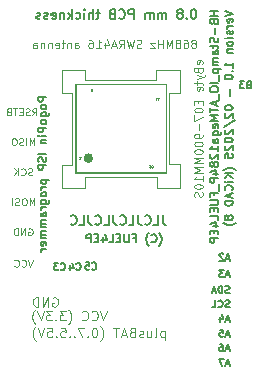
<source format=gbr>
%TF.GenerationSoftware,KiCad,Pcbnew,8.0.9-8.0.9-0~ubuntu22.04.1*%
%TF.CreationDate,2025-02-27T10:43:36+01:00*%
%TF.ProjectId,HB_Stamp_IO_ATMega1284P_FUEL4EP,48425f53-7461-46d7-905f-494f5f41544d,1.5*%
%TF.SameCoordinates,Original*%
%TF.FileFunction,Legend,Bot*%
%TF.FilePolarity,Positive*%
%FSLAX46Y46*%
G04 Gerber Fmt 4.6, Leading zero omitted, Abs format (unit mm)*
G04 Created by KiCad (PCBNEW 8.0.9-8.0.9-0~ubuntu22.04.1) date 2025-02-27 10:43:36*
%MOMM*%
%LPD*%
G01*
G04 APERTURE LIST*
G04 Aperture macros list*
%AMFreePoly0*
4,1,48,0.039158,0.847433,0.114805,0.827164,0.182628,0.788006,0.238006,0.732628,0.277164,0.664805,0.297433,0.589158,0.300000,0.550000,0.300000,-0.550000,0.297433,-0.589158,0.277164,-0.664805,0.238006,-0.732628,0.182628,-0.788006,0.114805,-0.827164,0.039158,-0.847433,0.000000,-0.850000,-1.100000,-0.850000,-1.139158,-0.847433,-1.214805,-0.827164,-1.282628,-0.788006,-1.338006,-0.732628,
-1.377164,-0.664805,-1.397433,-0.589158,-1.400000,-0.550000,-1.400000,0.000000,-0.705291,0.000000,-0.684486,-0.077646,-0.627646,-0.134486,-0.550000,-0.155291,-0.472354,-0.134486,-0.415514,-0.077646,-0.394709,0.000000,-0.415514,0.077645,-0.472354,0.134486,-0.550000,0.155291,-0.627645,0.134486,-0.684486,0.077645,-0.705291,0.000000,-1.400000,0.000000,-1.400000,0.550000,-1.397433,0.589158,
-1.377164,0.664805,-1.338006,0.732628,-1.282628,0.788006,-1.214805,0.827164,-1.139158,0.847433,-1.100000,0.850000,0.000000,0.850000,0.039158,0.847433,0.039158,0.847433,$1*%
%AMFreePoly1*
4,1,49,0.262664,1.358398,0.425000,1.286122,0.568761,1.181673,0.687664,1.049617,0.776514,0.895726,0.831425,0.726725,0.850000,0.550000,0.831425,0.373275,0.776514,0.204274,0.687664,0.050383,0.568761,-0.081673,0.425000,-0.186122,0.262664,-0.258398,0.088849,-0.295344,0.052363,-0.295344,0.052094,-0.295442,-0.052094,-0.295442,-0.052363,-0.295344,-0.088849,-0.295344,-0.262664,-0.258398,
-0.425000,-0.186122,-0.568761,-0.081673,-0.687664,0.050383,-0.776514,0.204274,-0.831425,0.373275,-0.850000,0.550000,-0.155291,0.550000,-0.134486,0.472354,-0.077646,0.415514,0.000000,0.394709,0.077646,0.415514,0.134486,0.472354,0.155291,0.550000,0.134486,0.627645,0.077646,0.684486,0.000000,0.705291,-0.077645,0.684486,-0.134486,0.627645,-0.155291,0.550000,-0.850000,0.550000,
-0.831425,0.726725,-0.776514,0.895726,-0.687664,1.049617,-0.568761,1.181673,-0.425000,1.286122,-0.262664,1.358398,-0.088849,1.395344,0.088849,1.395344,0.262664,1.358398,0.262664,1.358398,$1*%
G04 Aperture macros list end*
%ADD10C,0.150000*%
%ADD11C,0.152400*%
%ADD12C,0.100000*%
%ADD13C,0.050000*%
%ADD14C,0.120000*%
%ADD15C,0.127000*%
%ADD16C,0.400000*%
%ADD17R,1.000000X1.000000*%
%ADD18O,1.000000X1.000000*%
%ADD19R,1.500000X0.800000*%
%ADD20R,0.800000X1.500000*%
%ADD21C,0.600000*%
%ADD22FreePoly0,0.000000*%
%ADD23FreePoly1,0.000000*%
G04 APERTURE END LIST*
D10*
X19243430Y2538657D02*
X18957716Y2538657D01*
X19300573Y2367228D02*
X19100573Y2967228D01*
X19100573Y2967228D02*
X18900573Y2367228D01*
X18443430Y2967228D02*
X18557715Y2967228D01*
X18557715Y2967228D02*
X18614858Y2938657D01*
X18614858Y2938657D02*
X18643430Y2910085D01*
X18643430Y2910085D02*
X18700572Y2824371D01*
X18700572Y2824371D02*
X18729144Y2710085D01*
X18729144Y2710085D02*
X18729144Y2481514D01*
X18729144Y2481514D02*
X18700572Y2424371D01*
X18700572Y2424371D02*
X18672001Y2395800D01*
X18672001Y2395800D02*
X18614858Y2367228D01*
X18614858Y2367228D02*
X18500572Y2367228D01*
X18500572Y2367228D02*
X18443430Y2395800D01*
X18443430Y2395800D02*
X18414858Y2424371D01*
X18414858Y2424371D02*
X18386287Y2481514D01*
X18386287Y2481514D02*
X18386287Y2624371D01*
X18386287Y2624371D02*
X18414858Y2681514D01*
X18414858Y2681514D02*
X18443430Y2710085D01*
X18443430Y2710085D02*
X18500572Y2738657D01*
X18500572Y2738657D02*
X18614858Y2738657D01*
X18614858Y2738657D02*
X18672001Y2710085D01*
X18672001Y2710085D02*
X18700572Y2681514D01*
X18700572Y2681514D02*
X18729144Y2624371D01*
D11*
X13570984Y13874196D02*
X13570984Y13293624D01*
X13570984Y13293624D02*
X13609689Y13177510D01*
X13609689Y13177510D02*
X13687098Y13100101D01*
X13687098Y13100101D02*
X13803213Y13061396D01*
X13803213Y13061396D02*
X13880622Y13061396D01*
X12796889Y13061396D02*
X13183937Y13061396D01*
X13183937Y13061396D02*
X13183937Y13874196D01*
X12061499Y13138805D02*
X12100203Y13100101D01*
X12100203Y13100101D02*
X12216318Y13061396D01*
X12216318Y13061396D02*
X12293727Y13061396D01*
X12293727Y13061396D02*
X12409841Y13100101D01*
X12409841Y13100101D02*
X12487251Y13177510D01*
X12487251Y13177510D02*
X12525956Y13254920D01*
X12525956Y13254920D02*
X12564660Y13409739D01*
X12564660Y13409739D02*
X12564660Y13525853D01*
X12564660Y13525853D02*
X12525956Y13680672D01*
X12525956Y13680672D02*
X12487251Y13758081D01*
X12487251Y13758081D02*
X12409841Y13835491D01*
X12409841Y13835491D02*
X12293727Y13874196D01*
X12293727Y13874196D02*
X12216318Y13874196D01*
X12216318Y13874196D02*
X12100203Y13835491D01*
X12100203Y13835491D02*
X12061499Y13796786D01*
X11480927Y13874196D02*
X11480927Y13293624D01*
X11480927Y13293624D02*
X11519632Y13177510D01*
X11519632Y13177510D02*
X11597041Y13100101D01*
X11597041Y13100101D02*
X11713156Y13061396D01*
X11713156Y13061396D02*
X11790565Y13061396D01*
X10706832Y13061396D02*
X11093880Y13061396D01*
X11093880Y13061396D02*
X11093880Y13874196D01*
X9971442Y13138805D02*
X10010146Y13100101D01*
X10010146Y13100101D02*
X10126261Y13061396D01*
X10126261Y13061396D02*
X10203670Y13061396D01*
X10203670Y13061396D02*
X10319784Y13100101D01*
X10319784Y13100101D02*
X10397194Y13177510D01*
X10397194Y13177510D02*
X10435899Y13254920D01*
X10435899Y13254920D02*
X10474603Y13409739D01*
X10474603Y13409739D02*
X10474603Y13525853D01*
X10474603Y13525853D02*
X10435899Y13680672D01*
X10435899Y13680672D02*
X10397194Y13758081D01*
X10397194Y13758081D02*
X10319784Y13835491D01*
X10319784Y13835491D02*
X10203670Y13874196D01*
X10203670Y13874196D02*
X10126261Y13874196D01*
X10126261Y13874196D02*
X10010146Y13835491D01*
X10010146Y13835491D02*
X9971442Y13796786D01*
X9390870Y13874196D02*
X9390870Y13293624D01*
X9390870Y13293624D02*
X9429575Y13177510D01*
X9429575Y13177510D02*
X9506984Y13100101D01*
X9506984Y13100101D02*
X9623099Y13061396D01*
X9623099Y13061396D02*
X9700508Y13061396D01*
X8616775Y13061396D02*
X9003823Y13061396D01*
X9003823Y13061396D02*
X9003823Y13874196D01*
X7881385Y13138805D02*
X7920089Y13100101D01*
X7920089Y13100101D02*
X8036204Y13061396D01*
X8036204Y13061396D02*
X8113613Y13061396D01*
X8113613Y13061396D02*
X8229727Y13100101D01*
X8229727Y13100101D02*
X8307137Y13177510D01*
X8307137Y13177510D02*
X8345842Y13254920D01*
X8345842Y13254920D02*
X8384546Y13409739D01*
X8384546Y13409739D02*
X8384546Y13525853D01*
X8384546Y13525853D02*
X8345842Y13680672D01*
X8345842Y13680672D02*
X8307137Y13758081D01*
X8307137Y13758081D02*
X8229727Y13835491D01*
X8229727Y13835491D02*
X8113613Y13874196D01*
X8113613Y13874196D02*
X8036204Y13874196D01*
X8036204Y13874196D02*
X7920089Y13835491D01*
X7920089Y13835491D02*
X7881385Y13796786D01*
X7300813Y13874196D02*
X7300813Y13293624D01*
X7300813Y13293624D02*
X7339518Y13177510D01*
X7339518Y13177510D02*
X7416927Y13100101D01*
X7416927Y13100101D02*
X7533042Y13061396D01*
X7533042Y13061396D02*
X7610451Y13061396D01*
X6526718Y13061396D02*
X6913766Y13061396D01*
X6913766Y13061396D02*
X6913766Y13874196D01*
X5791328Y13138805D02*
X5830032Y13100101D01*
X5830032Y13100101D02*
X5946147Y13061396D01*
X5946147Y13061396D02*
X6023556Y13061396D01*
X6023556Y13061396D02*
X6139670Y13100101D01*
X6139670Y13100101D02*
X6217080Y13177510D01*
X6217080Y13177510D02*
X6255785Y13254920D01*
X6255785Y13254920D02*
X6294489Y13409739D01*
X6294489Y13409739D02*
X6294489Y13525853D01*
X6294489Y13525853D02*
X6255785Y13680672D01*
X6255785Y13680672D02*
X6217080Y13758081D01*
X6217080Y13758081D02*
X6139670Y13835491D01*
X6139670Y13835491D02*
X6023556Y13874196D01*
X6023556Y13874196D02*
X5946147Y13874196D01*
X5946147Y13874196D02*
X5830032Y13835491D01*
X5830032Y13835491D02*
X5791328Y13796786D01*
D10*
X18818433Y31178249D02*
X19518433Y30944916D01*
X19518433Y30944916D02*
X18818433Y30711582D01*
X19485100Y30211582D02*
X19518433Y30278249D01*
X19518433Y30278249D02*
X19518433Y30411582D01*
X19518433Y30411582D02*
X19485100Y30478249D01*
X19485100Y30478249D02*
X19418433Y30511582D01*
X19418433Y30511582D02*
X19151766Y30511582D01*
X19151766Y30511582D02*
X19085100Y30478249D01*
X19085100Y30478249D02*
X19051766Y30411582D01*
X19051766Y30411582D02*
X19051766Y30278249D01*
X19051766Y30278249D02*
X19085100Y30211582D01*
X19085100Y30211582D02*
X19151766Y30178249D01*
X19151766Y30178249D02*
X19218433Y30178249D01*
X19218433Y30178249D02*
X19285100Y30511582D01*
X19518433Y29878249D02*
X19051766Y29878249D01*
X19185100Y29878249D02*
X19118433Y29844916D01*
X19118433Y29844916D02*
X19085100Y29811582D01*
X19085100Y29811582D02*
X19051766Y29744916D01*
X19051766Y29744916D02*
X19051766Y29678249D01*
X19485100Y29478249D02*
X19518433Y29411583D01*
X19518433Y29411583D02*
X19518433Y29278249D01*
X19518433Y29278249D02*
X19485100Y29211583D01*
X19485100Y29211583D02*
X19418433Y29178249D01*
X19418433Y29178249D02*
X19385100Y29178249D01*
X19385100Y29178249D02*
X19318433Y29211583D01*
X19318433Y29211583D02*
X19285100Y29278249D01*
X19285100Y29278249D02*
X19285100Y29378249D01*
X19285100Y29378249D02*
X19251766Y29444916D01*
X19251766Y29444916D02*
X19185100Y29478249D01*
X19185100Y29478249D02*
X19151766Y29478249D01*
X19151766Y29478249D02*
X19085100Y29444916D01*
X19085100Y29444916D02*
X19051766Y29378249D01*
X19051766Y29378249D02*
X19051766Y29278249D01*
X19051766Y29278249D02*
X19085100Y29211583D01*
X19518433Y28878249D02*
X19051766Y28878249D01*
X18818433Y28878249D02*
X18851766Y28911582D01*
X18851766Y28911582D02*
X18885100Y28878249D01*
X18885100Y28878249D02*
X18851766Y28844916D01*
X18851766Y28844916D02*
X18818433Y28878249D01*
X18818433Y28878249D02*
X18885100Y28878249D01*
X19518433Y28444916D02*
X19485100Y28511583D01*
X19485100Y28511583D02*
X19451766Y28544916D01*
X19451766Y28544916D02*
X19385100Y28578249D01*
X19385100Y28578249D02*
X19185100Y28578249D01*
X19185100Y28578249D02*
X19118433Y28544916D01*
X19118433Y28544916D02*
X19085100Y28511583D01*
X19085100Y28511583D02*
X19051766Y28444916D01*
X19051766Y28444916D02*
X19051766Y28344916D01*
X19051766Y28344916D02*
X19085100Y28278249D01*
X19085100Y28278249D02*
X19118433Y28244916D01*
X19118433Y28244916D02*
X19185100Y28211583D01*
X19185100Y28211583D02*
X19385100Y28211583D01*
X19385100Y28211583D02*
X19451766Y28244916D01*
X19451766Y28244916D02*
X19485100Y28278249D01*
X19485100Y28278249D02*
X19518433Y28344916D01*
X19518433Y28344916D02*
X19518433Y28444916D01*
X19051766Y27911583D02*
X19518433Y27911583D01*
X19118433Y27911583D02*
X19085100Y27878250D01*
X19085100Y27878250D02*
X19051766Y27811583D01*
X19051766Y27811583D02*
X19051766Y27711583D01*
X19051766Y27711583D02*
X19085100Y27644916D01*
X19085100Y27644916D02*
X19151766Y27611583D01*
X19151766Y27611583D02*
X19518433Y27611583D01*
X19518433Y26378250D02*
X19518433Y26778250D01*
X19518433Y26578250D02*
X18818433Y26578250D01*
X18818433Y26578250D02*
X18918433Y26644917D01*
X18918433Y26644917D02*
X18985100Y26711584D01*
X18985100Y26711584D02*
X19018433Y26778250D01*
X19451766Y26078250D02*
X19485100Y26044917D01*
X19485100Y26044917D02*
X19518433Y26078250D01*
X19518433Y26078250D02*
X19485100Y26111583D01*
X19485100Y26111583D02*
X19451766Y26078250D01*
X19451766Y26078250D02*
X19518433Y26078250D01*
X18818433Y25611584D02*
X18818433Y25544917D01*
X18818433Y25544917D02*
X18851766Y25478250D01*
X18851766Y25478250D02*
X18885100Y25444917D01*
X18885100Y25444917D02*
X18951766Y25411584D01*
X18951766Y25411584D02*
X19085100Y25378250D01*
X19085100Y25378250D02*
X19251766Y25378250D01*
X19251766Y25378250D02*
X19385100Y25411584D01*
X19385100Y25411584D02*
X19451766Y25444917D01*
X19451766Y25444917D02*
X19485100Y25478250D01*
X19485100Y25478250D02*
X19518433Y25544917D01*
X19518433Y25544917D02*
X19518433Y25611584D01*
X19518433Y25611584D02*
X19485100Y25678250D01*
X19485100Y25678250D02*
X19451766Y25711584D01*
X19451766Y25711584D02*
X19385100Y25744917D01*
X19385100Y25744917D02*
X19251766Y25778250D01*
X19251766Y25778250D02*
X19085100Y25778250D01*
X19085100Y25778250D02*
X18951766Y25744917D01*
X18951766Y25744917D02*
X18885100Y25711584D01*
X18885100Y25711584D02*
X18851766Y25678250D01*
X18851766Y25678250D02*
X18818433Y25611584D01*
X19251766Y24544917D02*
X19251766Y24011584D01*
X18818433Y23011584D02*
X18818433Y22944917D01*
X18818433Y22944917D02*
X18851766Y22878250D01*
X18851766Y22878250D02*
X18885100Y22844917D01*
X18885100Y22844917D02*
X18951766Y22811584D01*
X18951766Y22811584D02*
X19085100Y22778250D01*
X19085100Y22778250D02*
X19251766Y22778250D01*
X19251766Y22778250D02*
X19385100Y22811584D01*
X19385100Y22811584D02*
X19451766Y22844917D01*
X19451766Y22844917D02*
X19485100Y22878250D01*
X19485100Y22878250D02*
X19518433Y22944917D01*
X19518433Y22944917D02*
X19518433Y23011584D01*
X19518433Y23011584D02*
X19485100Y23078250D01*
X19485100Y23078250D02*
X19451766Y23111584D01*
X19451766Y23111584D02*
X19385100Y23144917D01*
X19385100Y23144917D02*
X19251766Y23178250D01*
X19251766Y23178250D02*
X19085100Y23178250D01*
X19085100Y23178250D02*
X18951766Y23144917D01*
X18951766Y23144917D02*
X18885100Y23111584D01*
X18885100Y23111584D02*
X18851766Y23078250D01*
X18851766Y23078250D02*
X18818433Y23011584D01*
X18885100Y22511583D02*
X18851766Y22478250D01*
X18851766Y22478250D02*
X18818433Y22411583D01*
X18818433Y22411583D02*
X18818433Y22244917D01*
X18818433Y22244917D02*
X18851766Y22178250D01*
X18851766Y22178250D02*
X18885100Y22144917D01*
X18885100Y22144917D02*
X18951766Y22111583D01*
X18951766Y22111583D02*
X19018433Y22111583D01*
X19018433Y22111583D02*
X19118433Y22144917D01*
X19118433Y22144917D02*
X19518433Y22544917D01*
X19518433Y22544917D02*
X19518433Y22111583D01*
X18785100Y21311583D02*
X19685100Y21911583D01*
X18885100Y21111583D02*
X18851766Y21078250D01*
X18851766Y21078250D02*
X18818433Y21011583D01*
X18818433Y21011583D02*
X18818433Y20844917D01*
X18818433Y20844917D02*
X18851766Y20778250D01*
X18851766Y20778250D02*
X18885100Y20744917D01*
X18885100Y20744917D02*
X18951766Y20711583D01*
X18951766Y20711583D02*
X19018433Y20711583D01*
X19018433Y20711583D02*
X19118433Y20744917D01*
X19118433Y20744917D02*
X19518433Y21144917D01*
X19518433Y21144917D02*
X19518433Y20711583D01*
X18818433Y20278250D02*
X18818433Y20211583D01*
X18818433Y20211583D02*
X18851766Y20144916D01*
X18851766Y20144916D02*
X18885100Y20111583D01*
X18885100Y20111583D02*
X18951766Y20078250D01*
X18951766Y20078250D02*
X19085100Y20044916D01*
X19085100Y20044916D02*
X19251766Y20044916D01*
X19251766Y20044916D02*
X19385100Y20078250D01*
X19385100Y20078250D02*
X19451766Y20111583D01*
X19451766Y20111583D02*
X19485100Y20144916D01*
X19485100Y20144916D02*
X19518433Y20211583D01*
X19518433Y20211583D02*
X19518433Y20278250D01*
X19518433Y20278250D02*
X19485100Y20344916D01*
X19485100Y20344916D02*
X19451766Y20378250D01*
X19451766Y20378250D02*
X19385100Y20411583D01*
X19385100Y20411583D02*
X19251766Y20444916D01*
X19251766Y20444916D02*
X19085100Y20444916D01*
X19085100Y20444916D02*
X18951766Y20411583D01*
X18951766Y20411583D02*
X18885100Y20378250D01*
X18885100Y20378250D02*
X18851766Y20344916D01*
X18851766Y20344916D02*
X18818433Y20278250D01*
X18885100Y19778249D02*
X18851766Y19744916D01*
X18851766Y19744916D02*
X18818433Y19678249D01*
X18818433Y19678249D02*
X18818433Y19511583D01*
X18818433Y19511583D02*
X18851766Y19444916D01*
X18851766Y19444916D02*
X18885100Y19411583D01*
X18885100Y19411583D02*
X18951766Y19378249D01*
X18951766Y19378249D02*
X19018433Y19378249D01*
X19018433Y19378249D02*
X19118433Y19411583D01*
X19118433Y19411583D02*
X19518433Y19811583D01*
X19518433Y19811583D02*
X19518433Y19378249D01*
X18818433Y18744916D02*
X18818433Y19078249D01*
X18818433Y19078249D02*
X19151766Y19111582D01*
X19151766Y19111582D02*
X19118433Y19078249D01*
X19118433Y19078249D02*
X19085100Y19011582D01*
X19085100Y19011582D02*
X19085100Y18844916D01*
X19085100Y18844916D02*
X19118433Y18778249D01*
X19118433Y18778249D02*
X19151766Y18744916D01*
X19151766Y18744916D02*
X19218433Y18711582D01*
X19218433Y18711582D02*
X19385100Y18711582D01*
X19385100Y18711582D02*
X19451766Y18744916D01*
X19451766Y18744916D02*
X19485100Y18778249D01*
X19485100Y18778249D02*
X19518433Y18844916D01*
X19518433Y18844916D02*
X19518433Y19011582D01*
X19518433Y19011582D02*
X19485100Y19078249D01*
X19485100Y19078249D02*
X19451766Y19111582D01*
X19785100Y17678249D02*
X19751766Y17711582D01*
X19751766Y17711582D02*
X19651766Y17778249D01*
X19651766Y17778249D02*
X19585100Y17811582D01*
X19585100Y17811582D02*
X19485100Y17844916D01*
X19485100Y17844916D02*
X19318433Y17878249D01*
X19318433Y17878249D02*
X19185100Y17878249D01*
X19185100Y17878249D02*
X19018433Y17844916D01*
X19018433Y17844916D02*
X18918433Y17811582D01*
X18918433Y17811582D02*
X18851766Y17778249D01*
X18851766Y17778249D02*
X18751766Y17711582D01*
X18751766Y17711582D02*
X18718433Y17678249D01*
X19518433Y17411582D02*
X18818433Y17411582D01*
X19518433Y17011582D02*
X19118433Y17311582D01*
X18818433Y17011582D02*
X19218433Y17411582D01*
X19518433Y16711582D02*
X19051766Y16711582D01*
X18818433Y16711582D02*
X18851766Y16744915D01*
X18851766Y16744915D02*
X18885100Y16711582D01*
X18885100Y16711582D02*
X18851766Y16678249D01*
X18851766Y16678249D02*
X18818433Y16711582D01*
X18818433Y16711582D02*
X18885100Y16711582D01*
X19451766Y15978249D02*
X19485100Y16011582D01*
X19485100Y16011582D02*
X19518433Y16111582D01*
X19518433Y16111582D02*
X19518433Y16178249D01*
X19518433Y16178249D02*
X19485100Y16278249D01*
X19485100Y16278249D02*
X19418433Y16344916D01*
X19418433Y16344916D02*
X19351766Y16378249D01*
X19351766Y16378249D02*
X19218433Y16411582D01*
X19218433Y16411582D02*
X19118433Y16411582D01*
X19118433Y16411582D02*
X18985100Y16378249D01*
X18985100Y16378249D02*
X18918433Y16344916D01*
X18918433Y16344916D02*
X18851766Y16278249D01*
X18851766Y16278249D02*
X18818433Y16178249D01*
X18818433Y16178249D02*
X18818433Y16111582D01*
X18818433Y16111582D02*
X18851766Y16011582D01*
X18851766Y16011582D02*
X18885100Y15978249D01*
X19318433Y15711582D02*
X19318433Y15378249D01*
X19518433Y15778249D02*
X18818433Y15544916D01*
X18818433Y15544916D02*
X19518433Y15311582D01*
X19518433Y15078249D02*
X18818433Y15078249D01*
X18818433Y15078249D02*
X18818433Y14911582D01*
X18818433Y14911582D02*
X18851766Y14811582D01*
X18851766Y14811582D02*
X18918433Y14744916D01*
X18918433Y14744916D02*
X18985100Y14711582D01*
X18985100Y14711582D02*
X19118433Y14678249D01*
X19118433Y14678249D02*
X19218433Y14678249D01*
X19218433Y14678249D02*
X19351766Y14711582D01*
X19351766Y14711582D02*
X19418433Y14744916D01*
X19418433Y14744916D02*
X19485100Y14811582D01*
X19485100Y14811582D02*
X19518433Y14911582D01*
X19518433Y14911582D02*
X19518433Y15078249D01*
X19118433Y13744916D02*
X19085100Y13811583D01*
X19085100Y13811583D02*
X19051766Y13844916D01*
X19051766Y13844916D02*
X18985100Y13878249D01*
X18985100Y13878249D02*
X18951766Y13878249D01*
X18951766Y13878249D02*
X18885100Y13844916D01*
X18885100Y13844916D02*
X18851766Y13811583D01*
X18851766Y13811583D02*
X18818433Y13744916D01*
X18818433Y13744916D02*
X18818433Y13611583D01*
X18818433Y13611583D02*
X18851766Y13544916D01*
X18851766Y13544916D02*
X18885100Y13511583D01*
X18885100Y13511583D02*
X18951766Y13478249D01*
X18951766Y13478249D02*
X18985100Y13478249D01*
X18985100Y13478249D02*
X19051766Y13511583D01*
X19051766Y13511583D02*
X19085100Y13544916D01*
X19085100Y13544916D02*
X19118433Y13611583D01*
X19118433Y13611583D02*
X19118433Y13744916D01*
X19118433Y13744916D02*
X19151766Y13811583D01*
X19151766Y13811583D02*
X19185100Y13844916D01*
X19185100Y13844916D02*
X19251766Y13878249D01*
X19251766Y13878249D02*
X19385100Y13878249D01*
X19385100Y13878249D02*
X19451766Y13844916D01*
X19451766Y13844916D02*
X19485100Y13811583D01*
X19485100Y13811583D02*
X19518433Y13744916D01*
X19518433Y13744916D02*
X19518433Y13611583D01*
X19518433Y13611583D02*
X19485100Y13544916D01*
X19485100Y13544916D02*
X19451766Y13511583D01*
X19451766Y13511583D02*
X19385100Y13478249D01*
X19385100Y13478249D02*
X19251766Y13478249D01*
X19251766Y13478249D02*
X19185100Y13511583D01*
X19185100Y13511583D02*
X19151766Y13544916D01*
X19151766Y13544916D02*
X19118433Y13611583D01*
X19785100Y13244916D02*
X19751766Y13211582D01*
X19751766Y13211582D02*
X19651766Y13144916D01*
X19651766Y13144916D02*
X19585100Y13111582D01*
X19585100Y13111582D02*
X19485100Y13078249D01*
X19485100Y13078249D02*
X19318433Y13044916D01*
X19318433Y13044916D02*
X19185100Y13044916D01*
X19185100Y13044916D02*
X19018433Y13078249D01*
X19018433Y13078249D02*
X18918433Y13111582D01*
X18918433Y13111582D02*
X18851766Y13144916D01*
X18851766Y13144916D02*
X18751766Y13211582D01*
X18751766Y13211582D02*
X18718433Y13244916D01*
D12*
X8838799Y5769104D02*
X8572132Y4969104D01*
X8572132Y4969104D02*
X8305466Y5769104D01*
X7581656Y5045295D02*
X7619752Y5007200D01*
X7619752Y5007200D02*
X7734037Y4969104D01*
X7734037Y4969104D02*
X7810228Y4969104D01*
X7810228Y4969104D02*
X7924514Y5007200D01*
X7924514Y5007200D02*
X8000704Y5083390D01*
X8000704Y5083390D02*
X8038799Y5159580D01*
X8038799Y5159580D02*
X8076895Y5311961D01*
X8076895Y5311961D02*
X8076895Y5426247D01*
X8076895Y5426247D02*
X8038799Y5578628D01*
X8038799Y5578628D02*
X8000704Y5654819D01*
X8000704Y5654819D02*
X7924514Y5731009D01*
X7924514Y5731009D02*
X7810228Y5769104D01*
X7810228Y5769104D02*
X7734037Y5769104D01*
X7734037Y5769104D02*
X7619752Y5731009D01*
X7619752Y5731009D02*
X7581656Y5692914D01*
X6781656Y5045295D02*
X6819752Y5007200D01*
X6819752Y5007200D02*
X6934037Y4969104D01*
X6934037Y4969104D02*
X7010228Y4969104D01*
X7010228Y4969104D02*
X7124514Y5007200D01*
X7124514Y5007200D02*
X7200704Y5083390D01*
X7200704Y5083390D02*
X7238799Y5159580D01*
X7238799Y5159580D02*
X7276895Y5311961D01*
X7276895Y5311961D02*
X7276895Y5426247D01*
X7276895Y5426247D02*
X7238799Y5578628D01*
X7238799Y5578628D02*
X7200704Y5654819D01*
X7200704Y5654819D02*
X7124514Y5731009D01*
X7124514Y5731009D02*
X7010228Y5769104D01*
X7010228Y5769104D02*
X6934037Y5769104D01*
X6934037Y5769104D02*
X6819752Y5731009D01*
X6819752Y5731009D02*
X6781656Y5692914D01*
X5600704Y4664342D02*
X5638799Y4702438D01*
X5638799Y4702438D02*
X5714990Y4816723D01*
X5714990Y4816723D02*
X5753085Y4892914D01*
X5753085Y4892914D02*
X5791180Y5007200D01*
X5791180Y5007200D02*
X5829275Y5197676D01*
X5829275Y5197676D02*
X5829275Y5350057D01*
X5829275Y5350057D02*
X5791180Y5540533D01*
X5791180Y5540533D02*
X5753085Y5654819D01*
X5753085Y5654819D02*
X5714990Y5731009D01*
X5714990Y5731009D02*
X5638799Y5845295D01*
X5638799Y5845295D02*
X5600704Y5883390D01*
X5372133Y5769104D02*
X4876895Y5769104D01*
X4876895Y5769104D02*
X5143561Y5464342D01*
X5143561Y5464342D02*
X5029276Y5464342D01*
X5029276Y5464342D02*
X4953085Y5426247D01*
X4953085Y5426247D02*
X4914990Y5388152D01*
X4914990Y5388152D02*
X4876895Y5311961D01*
X4876895Y5311961D02*
X4876895Y5121485D01*
X4876895Y5121485D02*
X4914990Y5045295D01*
X4914990Y5045295D02*
X4953085Y5007200D01*
X4953085Y5007200D02*
X5029276Y4969104D01*
X5029276Y4969104D02*
X5257847Y4969104D01*
X5257847Y4969104D02*
X5334038Y5007200D01*
X5334038Y5007200D02*
X5372133Y5045295D01*
X4534037Y5045295D02*
X4495942Y5007200D01*
X4495942Y5007200D02*
X4534037Y4969104D01*
X4534037Y4969104D02*
X4572133Y5007200D01*
X4572133Y5007200D02*
X4534037Y5045295D01*
X4534037Y5045295D02*
X4534037Y4969104D01*
X4229276Y5769104D02*
X3734038Y5769104D01*
X3734038Y5769104D02*
X4000704Y5464342D01*
X4000704Y5464342D02*
X3886419Y5464342D01*
X3886419Y5464342D02*
X3810228Y5426247D01*
X3810228Y5426247D02*
X3772133Y5388152D01*
X3772133Y5388152D02*
X3734038Y5311961D01*
X3734038Y5311961D02*
X3734038Y5121485D01*
X3734038Y5121485D02*
X3772133Y5045295D01*
X3772133Y5045295D02*
X3810228Y5007200D01*
X3810228Y5007200D02*
X3886419Y4969104D01*
X3886419Y4969104D02*
X4114990Y4969104D01*
X4114990Y4969104D02*
X4191181Y5007200D01*
X4191181Y5007200D02*
X4229276Y5045295D01*
X3505466Y5769104D02*
X3238799Y4969104D01*
X3238799Y4969104D02*
X2972133Y5769104D01*
X2781657Y4664342D02*
X2743562Y4702438D01*
X2743562Y4702438D02*
X2667371Y4816723D01*
X2667371Y4816723D02*
X2629276Y4892914D01*
X2629276Y4892914D02*
X2591181Y5007200D01*
X2591181Y5007200D02*
X2553085Y5197676D01*
X2553085Y5197676D02*
X2553085Y5350057D01*
X2553085Y5350057D02*
X2591181Y5540533D01*
X2591181Y5540533D02*
X2629276Y5654819D01*
X2629276Y5654819D02*
X2667371Y5731009D01*
X2667371Y5731009D02*
X2743562Y5845295D01*
X2743562Y5845295D02*
X2781657Y5883390D01*
X2578000Y10106628D02*
X2378000Y9506628D01*
X2378000Y9506628D02*
X2178000Y10106628D01*
X1635142Y9563771D02*
X1663714Y9535200D01*
X1663714Y9535200D02*
X1749428Y9506628D01*
X1749428Y9506628D02*
X1806571Y9506628D01*
X1806571Y9506628D02*
X1892285Y9535200D01*
X1892285Y9535200D02*
X1949428Y9592342D01*
X1949428Y9592342D02*
X1977999Y9649485D01*
X1977999Y9649485D02*
X2006571Y9763771D01*
X2006571Y9763771D02*
X2006571Y9849485D01*
X2006571Y9849485D02*
X1977999Y9963771D01*
X1977999Y9963771D02*
X1949428Y10020914D01*
X1949428Y10020914D02*
X1892285Y10078057D01*
X1892285Y10078057D02*
X1806571Y10106628D01*
X1806571Y10106628D02*
X1749428Y10106628D01*
X1749428Y10106628D02*
X1663714Y10078057D01*
X1663714Y10078057D02*
X1635142Y10049485D01*
X1035142Y9563771D02*
X1063714Y9535200D01*
X1063714Y9535200D02*
X1149428Y9506628D01*
X1149428Y9506628D02*
X1206571Y9506628D01*
X1206571Y9506628D02*
X1292285Y9535200D01*
X1292285Y9535200D02*
X1349428Y9592342D01*
X1349428Y9592342D02*
X1377999Y9649485D01*
X1377999Y9649485D02*
X1406571Y9763771D01*
X1406571Y9763771D02*
X1406571Y9849485D01*
X1406571Y9849485D02*
X1377999Y9963771D01*
X1377999Y9963771D02*
X1349428Y10020914D01*
X1349428Y10020914D02*
X1292285Y10078057D01*
X1292285Y10078057D02*
X1206571Y10106628D01*
X1206571Y10106628D02*
X1149428Y10106628D01*
X1149428Y10106628D02*
X1063714Y10078057D01*
X1063714Y10078057D02*
X1035142Y10049485D01*
D10*
X18294553Y31179849D02*
X17594553Y31179849D01*
X17927886Y31179849D02*
X17927886Y30779849D01*
X18294553Y30779849D02*
X17594553Y30779849D01*
X17927886Y30213183D02*
X17961220Y30113183D01*
X17961220Y30113183D02*
X17994553Y30079849D01*
X17994553Y30079849D02*
X18061220Y30046516D01*
X18061220Y30046516D02*
X18161220Y30046516D01*
X18161220Y30046516D02*
X18227886Y30079849D01*
X18227886Y30079849D02*
X18261220Y30113183D01*
X18261220Y30113183D02*
X18294553Y30179849D01*
X18294553Y30179849D02*
X18294553Y30446516D01*
X18294553Y30446516D02*
X17594553Y30446516D01*
X17594553Y30446516D02*
X17594553Y30213183D01*
X17594553Y30213183D02*
X17627886Y30146516D01*
X17627886Y30146516D02*
X17661220Y30113183D01*
X17661220Y30113183D02*
X17727886Y30079849D01*
X17727886Y30079849D02*
X17794553Y30079849D01*
X17794553Y30079849D02*
X17861220Y30113183D01*
X17861220Y30113183D02*
X17894553Y30146516D01*
X17894553Y30146516D02*
X17927886Y30213183D01*
X17927886Y30213183D02*
X17927886Y30446516D01*
X18027886Y29746516D02*
X18027886Y29213183D01*
X18261220Y28913182D02*
X18294553Y28813182D01*
X18294553Y28813182D02*
X18294553Y28646516D01*
X18294553Y28646516D02*
X18261220Y28579849D01*
X18261220Y28579849D02*
X18227886Y28546516D01*
X18227886Y28546516D02*
X18161220Y28513182D01*
X18161220Y28513182D02*
X18094553Y28513182D01*
X18094553Y28513182D02*
X18027886Y28546516D01*
X18027886Y28546516D02*
X17994553Y28579849D01*
X17994553Y28579849D02*
X17961220Y28646516D01*
X17961220Y28646516D02*
X17927886Y28779849D01*
X17927886Y28779849D02*
X17894553Y28846516D01*
X17894553Y28846516D02*
X17861220Y28879849D01*
X17861220Y28879849D02*
X17794553Y28913182D01*
X17794553Y28913182D02*
X17727886Y28913182D01*
X17727886Y28913182D02*
X17661220Y28879849D01*
X17661220Y28879849D02*
X17627886Y28846516D01*
X17627886Y28846516D02*
X17594553Y28779849D01*
X17594553Y28779849D02*
X17594553Y28613182D01*
X17594553Y28613182D02*
X17627886Y28513182D01*
X17827886Y28313182D02*
X17827886Y28046515D01*
X17594553Y28213182D02*
X18194553Y28213182D01*
X18194553Y28213182D02*
X18261220Y28179849D01*
X18261220Y28179849D02*
X18294553Y28113182D01*
X18294553Y28113182D02*
X18294553Y28046515D01*
X18294553Y27513182D02*
X17927886Y27513182D01*
X17927886Y27513182D02*
X17861220Y27546515D01*
X17861220Y27546515D02*
X17827886Y27613182D01*
X17827886Y27613182D02*
X17827886Y27746515D01*
X17827886Y27746515D02*
X17861220Y27813182D01*
X18261220Y27513182D02*
X18294553Y27579849D01*
X18294553Y27579849D02*
X18294553Y27746515D01*
X18294553Y27746515D02*
X18261220Y27813182D01*
X18261220Y27813182D02*
X18194553Y27846515D01*
X18194553Y27846515D02*
X18127886Y27846515D01*
X18127886Y27846515D02*
X18061220Y27813182D01*
X18061220Y27813182D02*
X18027886Y27746515D01*
X18027886Y27746515D02*
X18027886Y27579849D01*
X18027886Y27579849D02*
X17994553Y27513182D01*
X18294553Y27179849D02*
X17827886Y27179849D01*
X17894553Y27179849D02*
X17861220Y27146516D01*
X17861220Y27146516D02*
X17827886Y27079849D01*
X17827886Y27079849D02*
X17827886Y26979849D01*
X17827886Y26979849D02*
X17861220Y26913182D01*
X17861220Y26913182D02*
X17927886Y26879849D01*
X17927886Y26879849D02*
X18294553Y26879849D01*
X17927886Y26879849D02*
X17861220Y26846516D01*
X17861220Y26846516D02*
X17827886Y26779849D01*
X17827886Y26779849D02*
X17827886Y26679849D01*
X17827886Y26679849D02*
X17861220Y26613182D01*
X17861220Y26613182D02*
X17927886Y26579849D01*
X17927886Y26579849D02*
X18294553Y26579849D01*
X17827886Y26246516D02*
X18527886Y26246516D01*
X17861220Y26246516D02*
X17827886Y26179849D01*
X17827886Y26179849D02*
X17827886Y26046516D01*
X17827886Y26046516D02*
X17861220Y25979849D01*
X17861220Y25979849D02*
X17894553Y25946516D01*
X17894553Y25946516D02*
X17961220Y25913183D01*
X17961220Y25913183D02*
X18161220Y25913183D01*
X18161220Y25913183D02*
X18227886Y25946516D01*
X18227886Y25946516D02*
X18261220Y25979849D01*
X18261220Y25979849D02*
X18294553Y26046516D01*
X18294553Y26046516D02*
X18294553Y26179849D01*
X18294553Y26179849D02*
X18261220Y26246516D01*
X18361220Y25779850D02*
X18361220Y25246516D01*
X18294553Y25079850D02*
X17594553Y25079850D01*
X17594553Y24613184D02*
X17594553Y24479850D01*
X17594553Y24479850D02*
X17627886Y24413184D01*
X17627886Y24413184D02*
X17694553Y24346517D01*
X17694553Y24346517D02*
X17827886Y24313184D01*
X17827886Y24313184D02*
X18061220Y24313184D01*
X18061220Y24313184D02*
X18194553Y24346517D01*
X18194553Y24346517D02*
X18261220Y24413184D01*
X18261220Y24413184D02*
X18294553Y24479850D01*
X18294553Y24479850D02*
X18294553Y24613184D01*
X18294553Y24613184D02*
X18261220Y24679850D01*
X18261220Y24679850D02*
X18194553Y24746517D01*
X18194553Y24746517D02*
X18061220Y24779850D01*
X18061220Y24779850D02*
X17827886Y24779850D01*
X17827886Y24779850D02*
X17694553Y24746517D01*
X17694553Y24746517D02*
X17627886Y24679850D01*
X17627886Y24679850D02*
X17594553Y24613184D01*
X18361220Y24179851D02*
X18361220Y23646517D01*
X18094553Y23513184D02*
X18094553Y23179851D01*
X18294553Y23579851D02*
X17594553Y23346518D01*
X17594553Y23346518D02*
X18294553Y23113184D01*
X17594553Y22979851D02*
X17594553Y22579851D01*
X18294553Y22779851D02*
X17594553Y22779851D01*
X18294553Y22346518D02*
X17594553Y22346518D01*
X17594553Y22346518D02*
X18094553Y22113185D01*
X18094553Y22113185D02*
X17594553Y21879851D01*
X17594553Y21879851D02*
X18294553Y21879851D01*
X18261220Y21279851D02*
X18294553Y21346518D01*
X18294553Y21346518D02*
X18294553Y21479851D01*
X18294553Y21479851D02*
X18261220Y21546518D01*
X18261220Y21546518D02*
X18194553Y21579851D01*
X18194553Y21579851D02*
X17927886Y21579851D01*
X17927886Y21579851D02*
X17861220Y21546518D01*
X17861220Y21546518D02*
X17827886Y21479851D01*
X17827886Y21479851D02*
X17827886Y21346518D01*
X17827886Y21346518D02*
X17861220Y21279851D01*
X17861220Y21279851D02*
X17927886Y21246518D01*
X17927886Y21246518D02*
X17994553Y21246518D01*
X17994553Y21246518D02*
X18061220Y21579851D01*
X17827886Y20646518D02*
X18394553Y20646518D01*
X18394553Y20646518D02*
X18461220Y20679851D01*
X18461220Y20679851D02*
X18494553Y20713185D01*
X18494553Y20713185D02*
X18527886Y20779851D01*
X18527886Y20779851D02*
X18527886Y20879851D01*
X18527886Y20879851D02*
X18494553Y20946518D01*
X18261220Y20646518D02*
X18294553Y20713185D01*
X18294553Y20713185D02*
X18294553Y20846518D01*
X18294553Y20846518D02*
X18261220Y20913185D01*
X18261220Y20913185D02*
X18227886Y20946518D01*
X18227886Y20946518D02*
X18161220Y20979851D01*
X18161220Y20979851D02*
X17961220Y20979851D01*
X17961220Y20979851D02*
X17894553Y20946518D01*
X17894553Y20946518D02*
X17861220Y20913185D01*
X17861220Y20913185D02*
X17827886Y20846518D01*
X17827886Y20846518D02*
X17827886Y20713185D01*
X17827886Y20713185D02*
X17861220Y20646518D01*
X18294553Y20013185D02*
X17927886Y20013185D01*
X17927886Y20013185D02*
X17861220Y20046518D01*
X17861220Y20046518D02*
X17827886Y20113185D01*
X17827886Y20113185D02*
X17827886Y20246518D01*
X17827886Y20246518D02*
X17861220Y20313185D01*
X18261220Y20013185D02*
X18294553Y20079852D01*
X18294553Y20079852D02*
X18294553Y20246518D01*
X18294553Y20246518D02*
X18261220Y20313185D01*
X18261220Y20313185D02*
X18194553Y20346518D01*
X18194553Y20346518D02*
X18127886Y20346518D01*
X18127886Y20346518D02*
X18061220Y20313185D01*
X18061220Y20313185D02*
X18027886Y20246518D01*
X18027886Y20246518D02*
X18027886Y20079852D01*
X18027886Y20079852D02*
X17994553Y20013185D01*
X18294553Y19313185D02*
X18294553Y19713185D01*
X18294553Y19513185D02*
X17594553Y19513185D01*
X17594553Y19513185D02*
X17694553Y19579852D01*
X17694553Y19579852D02*
X17761220Y19646519D01*
X17761220Y19646519D02*
X17794553Y19713185D01*
X17661220Y19046518D02*
X17627886Y19013185D01*
X17627886Y19013185D02*
X17594553Y18946518D01*
X17594553Y18946518D02*
X17594553Y18779852D01*
X17594553Y18779852D02*
X17627886Y18713185D01*
X17627886Y18713185D02*
X17661220Y18679852D01*
X17661220Y18679852D02*
X17727886Y18646518D01*
X17727886Y18646518D02*
X17794553Y18646518D01*
X17794553Y18646518D02*
X17894553Y18679852D01*
X17894553Y18679852D02*
X18294553Y19079852D01*
X18294553Y19079852D02*
X18294553Y18646518D01*
X17894553Y18246518D02*
X17861220Y18313185D01*
X17861220Y18313185D02*
X17827886Y18346518D01*
X17827886Y18346518D02*
X17761220Y18379851D01*
X17761220Y18379851D02*
X17727886Y18379851D01*
X17727886Y18379851D02*
X17661220Y18346518D01*
X17661220Y18346518D02*
X17627886Y18313185D01*
X17627886Y18313185D02*
X17594553Y18246518D01*
X17594553Y18246518D02*
X17594553Y18113185D01*
X17594553Y18113185D02*
X17627886Y18046518D01*
X17627886Y18046518D02*
X17661220Y18013185D01*
X17661220Y18013185D02*
X17727886Y17979851D01*
X17727886Y17979851D02*
X17761220Y17979851D01*
X17761220Y17979851D02*
X17827886Y18013185D01*
X17827886Y18013185D02*
X17861220Y18046518D01*
X17861220Y18046518D02*
X17894553Y18113185D01*
X17894553Y18113185D02*
X17894553Y18246518D01*
X17894553Y18246518D02*
X17927886Y18313185D01*
X17927886Y18313185D02*
X17961220Y18346518D01*
X17961220Y18346518D02*
X18027886Y18379851D01*
X18027886Y18379851D02*
X18161220Y18379851D01*
X18161220Y18379851D02*
X18227886Y18346518D01*
X18227886Y18346518D02*
X18261220Y18313185D01*
X18261220Y18313185D02*
X18294553Y18246518D01*
X18294553Y18246518D02*
X18294553Y18113185D01*
X18294553Y18113185D02*
X18261220Y18046518D01*
X18261220Y18046518D02*
X18227886Y18013185D01*
X18227886Y18013185D02*
X18161220Y17979851D01*
X18161220Y17979851D02*
X18027886Y17979851D01*
X18027886Y17979851D02*
X17961220Y18013185D01*
X17961220Y18013185D02*
X17927886Y18046518D01*
X17927886Y18046518D02*
X17894553Y18113185D01*
X17827886Y17379851D02*
X18294553Y17379851D01*
X17561220Y17546518D02*
X18061220Y17713184D01*
X18061220Y17713184D02*
X18061220Y17279851D01*
X18294553Y17013184D02*
X17594553Y17013184D01*
X17594553Y17013184D02*
X17594553Y16746517D01*
X17594553Y16746517D02*
X17627886Y16679851D01*
X17627886Y16679851D02*
X17661220Y16646517D01*
X17661220Y16646517D02*
X17727886Y16613184D01*
X17727886Y16613184D02*
X17827886Y16613184D01*
X17827886Y16613184D02*
X17894553Y16646517D01*
X17894553Y16646517D02*
X17927886Y16679851D01*
X17927886Y16679851D02*
X17961220Y16746517D01*
X17961220Y16746517D02*
X17961220Y17013184D01*
X18361220Y16479851D02*
X18361220Y15946517D01*
X17927886Y15546518D02*
X17927886Y15779851D01*
X18294553Y15779851D02*
X17594553Y15779851D01*
X17594553Y15779851D02*
X17594553Y15446518D01*
X17594553Y15179851D02*
X18161220Y15179851D01*
X18161220Y15179851D02*
X18227886Y15146518D01*
X18227886Y15146518D02*
X18261220Y15113184D01*
X18261220Y15113184D02*
X18294553Y15046518D01*
X18294553Y15046518D02*
X18294553Y14913184D01*
X18294553Y14913184D02*
X18261220Y14846518D01*
X18261220Y14846518D02*
X18227886Y14813184D01*
X18227886Y14813184D02*
X18161220Y14779851D01*
X18161220Y14779851D02*
X17594553Y14779851D01*
X17927886Y14446518D02*
X17927886Y14213185D01*
X18294553Y14113185D02*
X18294553Y14446518D01*
X18294553Y14446518D02*
X17594553Y14446518D01*
X17594553Y14446518D02*
X17594553Y14113185D01*
X18294553Y13479852D02*
X18294553Y13813185D01*
X18294553Y13813185D02*
X17594553Y13813185D01*
X17827886Y12946518D02*
X18294553Y12946518D01*
X17561220Y13113185D02*
X18061220Y13279851D01*
X18061220Y13279851D02*
X18061220Y12846518D01*
X17927886Y12579851D02*
X17927886Y12346518D01*
X18294553Y12246518D02*
X18294553Y12579851D01*
X18294553Y12579851D02*
X17594553Y12579851D01*
X17594553Y12579851D02*
X17594553Y12246518D01*
X18294553Y11946518D02*
X17594553Y11946518D01*
X17594553Y11946518D02*
X17594553Y11679851D01*
X17594553Y11679851D02*
X17627886Y11613185D01*
X17627886Y11613185D02*
X17661220Y11579851D01*
X17661220Y11579851D02*
X17727886Y11546518D01*
X17727886Y11546518D02*
X17827886Y11546518D01*
X17827886Y11546518D02*
X17894553Y11579851D01*
X17894553Y11579851D02*
X17927886Y11613185D01*
X17927886Y11613185D02*
X17961220Y11679851D01*
X17961220Y11679851D02*
X17961220Y11946518D01*
X19243430Y1268657D02*
X18957716Y1268657D01*
X19300573Y1097228D02*
X19100573Y1697228D01*
X19100573Y1697228D02*
X18900573Y1097228D01*
X18757715Y1697228D02*
X18357715Y1697228D01*
X18357715Y1697228D02*
X18614858Y1097228D01*
X19243430Y6104200D02*
X19157716Y6075628D01*
X19157716Y6075628D02*
X19014858Y6075628D01*
X19014858Y6075628D02*
X18957716Y6104200D01*
X18957716Y6104200D02*
X18929144Y6132771D01*
X18929144Y6132771D02*
X18900573Y6189914D01*
X18900573Y6189914D02*
X18900573Y6247057D01*
X18900573Y6247057D02*
X18929144Y6304200D01*
X18929144Y6304200D02*
X18957716Y6332771D01*
X18957716Y6332771D02*
X19014858Y6361342D01*
X19014858Y6361342D02*
X19129144Y6389914D01*
X19129144Y6389914D02*
X19186287Y6418485D01*
X19186287Y6418485D02*
X19214858Y6447057D01*
X19214858Y6447057D02*
X19243430Y6504200D01*
X19243430Y6504200D02*
X19243430Y6561342D01*
X19243430Y6561342D02*
X19214858Y6618485D01*
X19214858Y6618485D02*
X19186287Y6647057D01*
X19186287Y6647057D02*
X19129144Y6675628D01*
X19129144Y6675628D02*
X18986287Y6675628D01*
X18986287Y6675628D02*
X18900573Y6647057D01*
X18300572Y6132771D02*
X18329144Y6104200D01*
X18329144Y6104200D02*
X18414858Y6075628D01*
X18414858Y6075628D02*
X18472001Y6075628D01*
X18472001Y6075628D02*
X18557715Y6104200D01*
X18557715Y6104200D02*
X18614858Y6161342D01*
X18614858Y6161342D02*
X18643429Y6218485D01*
X18643429Y6218485D02*
X18672001Y6332771D01*
X18672001Y6332771D02*
X18672001Y6418485D01*
X18672001Y6418485D02*
X18643429Y6532771D01*
X18643429Y6532771D02*
X18614858Y6589914D01*
X18614858Y6589914D02*
X18557715Y6647057D01*
X18557715Y6647057D02*
X18472001Y6675628D01*
X18472001Y6675628D02*
X18414858Y6675628D01*
X18414858Y6675628D02*
X18329144Y6647057D01*
X18329144Y6647057D02*
X18300572Y6618485D01*
X17757715Y6075628D02*
X18043429Y6075628D01*
X18043429Y6075628D02*
X18043429Y6675628D01*
X13295733Y11304500D02*
X13329066Y11337833D01*
X13329066Y11337833D02*
X13395733Y11437833D01*
X13395733Y11437833D02*
X13429066Y11504500D01*
X13429066Y11504500D02*
X13462400Y11604500D01*
X13462400Y11604500D02*
X13495733Y11771166D01*
X13495733Y11771166D02*
X13495733Y11904500D01*
X13495733Y11904500D02*
X13462400Y12071166D01*
X13462400Y12071166D02*
X13429066Y12171166D01*
X13429066Y12171166D02*
X13395733Y12237833D01*
X13395733Y12237833D02*
X13329066Y12337833D01*
X13329066Y12337833D02*
X13295733Y12371166D01*
X12629066Y11637833D02*
X12662399Y11604500D01*
X12662399Y11604500D02*
X12762399Y11571166D01*
X12762399Y11571166D02*
X12829066Y11571166D01*
X12829066Y11571166D02*
X12929066Y11604500D01*
X12929066Y11604500D02*
X12995733Y11671166D01*
X12995733Y11671166D02*
X13029066Y11737833D01*
X13029066Y11737833D02*
X13062399Y11871166D01*
X13062399Y11871166D02*
X13062399Y11971166D01*
X13062399Y11971166D02*
X13029066Y12104500D01*
X13029066Y12104500D02*
X12995733Y12171166D01*
X12995733Y12171166D02*
X12929066Y12237833D01*
X12929066Y12237833D02*
X12829066Y12271166D01*
X12829066Y12271166D02*
X12762399Y12271166D01*
X12762399Y12271166D02*
X12662399Y12237833D01*
X12662399Y12237833D02*
X12629066Y12204500D01*
X12395733Y11304500D02*
X12362399Y11337833D01*
X12362399Y11337833D02*
X12295733Y11437833D01*
X12295733Y11437833D02*
X12262399Y11504500D01*
X12262399Y11504500D02*
X12229066Y11604500D01*
X12229066Y11604500D02*
X12195733Y11771166D01*
X12195733Y11771166D02*
X12195733Y11904500D01*
X12195733Y11904500D02*
X12229066Y12071166D01*
X12229066Y12071166D02*
X12262399Y12171166D01*
X12262399Y12171166D02*
X12295733Y12237833D01*
X12295733Y12237833D02*
X12362399Y12337833D01*
X12362399Y12337833D02*
X12395733Y12371166D01*
X11095733Y11937833D02*
X11329066Y11937833D01*
X11329066Y11571166D02*
X11329066Y12271166D01*
X11329066Y12271166D02*
X10995733Y12271166D01*
X10729066Y12271166D02*
X10729066Y11704500D01*
X10729066Y11704500D02*
X10695733Y11637833D01*
X10695733Y11637833D02*
X10662399Y11604500D01*
X10662399Y11604500D02*
X10595733Y11571166D01*
X10595733Y11571166D02*
X10462399Y11571166D01*
X10462399Y11571166D02*
X10395733Y11604500D01*
X10395733Y11604500D02*
X10362399Y11637833D01*
X10362399Y11637833D02*
X10329066Y11704500D01*
X10329066Y11704500D02*
X10329066Y12271166D01*
X9995733Y11937833D02*
X9762400Y11937833D01*
X9662400Y11571166D02*
X9995733Y11571166D01*
X9995733Y11571166D02*
X9995733Y12271166D01*
X9995733Y12271166D02*
X9662400Y12271166D01*
X9029067Y11571166D02*
X9362400Y11571166D01*
X9362400Y11571166D02*
X9362400Y12271166D01*
X8495733Y12037833D02*
X8495733Y11571166D01*
X8662400Y12304500D02*
X8829066Y11804500D01*
X8829066Y11804500D02*
X8395733Y11804500D01*
X8129066Y11937833D02*
X7895733Y11937833D01*
X7795733Y11571166D02*
X8129066Y11571166D01*
X8129066Y11571166D02*
X8129066Y12271166D01*
X8129066Y12271166D02*
X7795733Y12271166D01*
X7495733Y11571166D02*
X7495733Y12271166D01*
X7495733Y12271166D02*
X7229066Y12271166D01*
X7229066Y12271166D02*
X7162400Y12237833D01*
X7162400Y12237833D02*
X7129066Y12204500D01*
X7129066Y12204500D02*
X7095733Y12137833D01*
X7095733Y12137833D02*
X7095733Y12037833D01*
X7095733Y12037833D02*
X7129066Y11971166D01*
X7129066Y11971166D02*
X7162400Y11937833D01*
X7162400Y11937833D02*
X7229066Y11904500D01*
X7229066Y11904500D02*
X7495733Y11904500D01*
X7594401Y9333171D02*
X7622973Y9304600D01*
X7622973Y9304600D02*
X7708687Y9276028D01*
X7708687Y9276028D02*
X7765830Y9276028D01*
X7765830Y9276028D02*
X7851544Y9304600D01*
X7851544Y9304600D02*
X7908687Y9361742D01*
X7908687Y9361742D02*
X7937258Y9418885D01*
X7937258Y9418885D02*
X7965830Y9533171D01*
X7965830Y9533171D02*
X7965830Y9618885D01*
X7965830Y9618885D02*
X7937258Y9733171D01*
X7937258Y9733171D02*
X7908687Y9790314D01*
X7908687Y9790314D02*
X7851544Y9847457D01*
X7851544Y9847457D02*
X7765830Y9876028D01*
X7765830Y9876028D02*
X7708687Y9876028D01*
X7708687Y9876028D02*
X7622973Y9847457D01*
X7622973Y9847457D02*
X7594401Y9818885D01*
X7051544Y9876028D02*
X7337258Y9876028D01*
X7337258Y9876028D02*
X7365830Y9590314D01*
X7365830Y9590314D02*
X7337258Y9618885D01*
X7337258Y9618885D02*
X7280116Y9647457D01*
X7280116Y9647457D02*
X7137258Y9647457D01*
X7137258Y9647457D02*
X7080116Y9618885D01*
X7080116Y9618885D02*
X7051544Y9590314D01*
X7051544Y9590314D02*
X7022973Y9533171D01*
X7022973Y9533171D02*
X7022973Y9390314D01*
X7022973Y9390314D02*
X7051544Y9333171D01*
X7051544Y9333171D02*
X7080116Y9304600D01*
X7080116Y9304600D02*
X7137258Y9276028D01*
X7137258Y9276028D02*
X7280116Y9276028D01*
X7280116Y9276028D02*
X7337258Y9304600D01*
X7337258Y9304600D02*
X7365830Y9333171D01*
X16242476Y31298704D02*
X16166286Y31298704D01*
X16166286Y31298704D02*
X16090095Y31260609D01*
X16090095Y31260609D02*
X16052000Y31222514D01*
X16052000Y31222514D02*
X16013905Y31146323D01*
X16013905Y31146323D02*
X15975810Y30993942D01*
X15975810Y30993942D02*
X15975810Y30803466D01*
X15975810Y30803466D02*
X16013905Y30651085D01*
X16013905Y30651085D02*
X16052000Y30574895D01*
X16052000Y30574895D02*
X16090095Y30536800D01*
X16090095Y30536800D02*
X16166286Y30498704D01*
X16166286Y30498704D02*
X16242476Y30498704D01*
X16242476Y30498704D02*
X16318667Y30536800D01*
X16318667Y30536800D02*
X16356762Y30574895D01*
X16356762Y30574895D02*
X16394857Y30651085D01*
X16394857Y30651085D02*
X16432953Y30803466D01*
X16432953Y30803466D02*
X16432953Y30993942D01*
X16432953Y30993942D02*
X16394857Y31146323D01*
X16394857Y31146323D02*
X16356762Y31222514D01*
X16356762Y31222514D02*
X16318667Y31260609D01*
X16318667Y31260609D02*
X16242476Y31298704D01*
X15632952Y30574895D02*
X15594857Y30536800D01*
X15594857Y30536800D02*
X15632952Y30498704D01*
X15632952Y30498704D02*
X15671048Y30536800D01*
X15671048Y30536800D02*
X15632952Y30574895D01*
X15632952Y30574895D02*
X15632952Y30498704D01*
X15137715Y30955847D02*
X15213905Y30993942D01*
X15213905Y30993942D02*
X15252000Y31032038D01*
X15252000Y31032038D02*
X15290096Y31108228D01*
X15290096Y31108228D02*
X15290096Y31146323D01*
X15290096Y31146323D02*
X15252000Y31222514D01*
X15252000Y31222514D02*
X15213905Y31260609D01*
X15213905Y31260609D02*
X15137715Y31298704D01*
X15137715Y31298704D02*
X14985334Y31298704D01*
X14985334Y31298704D02*
X14909143Y31260609D01*
X14909143Y31260609D02*
X14871048Y31222514D01*
X14871048Y31222514D02*
X14832953Y31146323D01*
X14832953Y31146323D02*
X14832953Y31108228D01*
X14832953Y31108228D02*
X14871048Y31032038D01*
X14871048Y31032038D02*
X14909143Y30993942D01*
X14909143Y30993942D02*
X14985334Y30955847D01*
X14985334Y30955847D02*
X15137715Y30955847D01*
X15137715Y30955847D02*
X15213905Y30917752D01*
X15213905Y30917752D02*
X15252000Y30879657D01*
X15252000Y30879657D02*
X15290096Y30803466D01*
X15290096Y30803466D02*
X15290096Y30651085D01*
X15290096Y30651085D02*
X15252000Y30574895D01*
X15252000Y30574895D02*
X15213905Y30536800D01*
X15213905Y30536800D02*
X15137715Y30498704D01*
X15137715Y30498704D02*
X14985334Y30498704D01*
X14985334Y30498704D02*
X14909143Y30536800D01*
X14909143Y30536800D02*
X14871048Y30574895D01*
X14871048Y30574895D02*
X14832953Y30651085D01*
X14832953Y30651085D02*
X14832953Y30803466D01*
X14832953Y30803466D02*
X14871048Y30879657D01*
X14871048Y30879657D02*
X14909143Y30917752D01*
X14909143Y30917752D02*
X14985334Y30955847D01*
X13880571Y30498704D02*
X13880571Y31032038D01*
X13880571Y30955847D02*
X13842476Y30993942D01*
X13842476Y30993942D02*
X13766286Y31032038D01*
X13766286Y31032038D02*
X13652000Y31032038D01*
X13652000Y31032038D02*
X13575809Y30993942D01*
X13575809Y30993942D02*
X13537714Y30917752D01*
X13537714Y30917752D02*
X13537714Y30498704D01*
X13537714Y30917752D02*
X13499619Y30993942D01*
X13499619Y30993942D02*
X13423428Y31032038D01*
X13423428Y31032038D02*
X13309143Y31032038D01*
X13309143Y31032038D02*
X13232952Y30993942D01*
X13232952Y30993942D02*
X13194857Y30917752D01*
X13194857Y30917752D02*
X13194857Y30498704D01*
X12813904Y30498704D02*
X12813904Y31032038D01*
X12813904Y30955847D02*
X12775809Y30993942D01*
X12775809Y30993942D02*
X12699619Y31032038D01*
X12699619Y31032038D02*
X12585333Y31032038D01*
X12585333Y31032038D02*
X12509142Y30993942D01*
X12509142Y30993942D02*
X12471047Y30917752D01*
X12471047Y30917752D02*
X12471047Y30498704D01*
X12471047Y30917752D02*
X12432952Y30993942D01*
X12432952Y30993942D02*
X12356761Y31032038D01*
X12356761Y31032038D02*
X12242476Y31032038D01*
X12242476Y31032038D02*
X12166285Y30993942D01*
X12166285Y30993942D02*
X12128190Y30917752D01*
X12128190Y30917752D02*
X12128190Y30498704D01*
X11137713Y30498704D02*
X11137713Y31298704D01*
X11137713Y31298704D02*
X10832951Y31298704D01*
X10832951Y31298704D02*
X10756761Y31260609D01*
X10756761Y31260609D02*
X10718666Y31222514D01*
X10718666Y31222514D02*
X10680570Y31146323D01*
X10680570Y31146323D02*
X10680570Y31032038D01*
X10680570Y31032038D02*
X10718666Y30955847D01*
X10718666Y30955847D02*
X10756761Y30917752D01*
X10756761Y30917752D02*
X10832951Y30879657D01*
X10832951Y30879657D02*
X11137713Y30879657D01*
X9880570Y30574895D02*
X9918666Y30536800D01*
X9918666Y30536800D02*
X10032951Y30498704D01*
X10032951Y30498704D02*
X10109142Y30498704D01*
X10109142Y30498704D02*
X10223428Y30536800D01*
X10223428Y30536800D02*
X10299618Y30612990D01*
X10299618Y30612990D02*
X10337713Y30689180D01*
X10337713Y30689180D02*
X10375809Y30841561D01*
X10375809Y30841561D02*
X10375809Y30955847D01*
X10375809Y30955847D02*
X10337713Y31108228D01*
X10337713Y31108228D02*
X10299618Y31184419D01*
X10299618Y31184419D02*
X10223428Y31260609D01*
X10223428Y31260609D02*
X10109142Y31298704D01*
X10109142Y31298704D02*
X10032951Y31298704D01*
X10032951Y31298704D02*
X9918666Y31260609D01*
X9918666Y31260609D02*
X9880570Y31222514D01*
X9271047Y30917752D02*
X9156761Y30879657D01*
X9156761Y30879657D02*
X9118666Y30841561D01*
X9118666Y30841561D02*
X9080570Y30765371D01*
X9080570Y30765371D02*
X9080570Y30651085D01*
X9080570Y30651085D02*
X9118666Y30574895D01*
X9118666Y30574895D02*
X9156761Y30536800D01*
X9156761Y30536800D02*
X9232951Y30498704D01*
X9232951Y30498704D02*
X9537713Y30498704D01*
X9537713Y30498704D02*
X9537713Y31298704D01*
X9537713Y31298704D02*
X9271047Y31298704D01*
X9271047Y31298704D02*
X9194856Y31260609D01*
X9194856Y31260609D02*
X9156761Y31222514D01*
X9156761Y31222514D02*
X9118666Y31146323D01*
X9118666Y31146323D02*
X9118666Y31070133D01*
X9118666Y31070133D02*
X9156761Y30993942D01*
X9156761Y30993942D02*
X9194856Y30955847D01*
X9194856Y30955847D02*
X9271047Y30917752D01*
X9271047Y30917752D02*
X9537713Y30917752D01*
X8242475Y31032038D02*
X7937713Y31032038D01*
X8128189Y31298704D02*
X8128189Y30612990D01*
X8128189Y30612990D02*
X8090094Y30536800D01*
X8090094Y30536800D02*
X8013904Y30498704D01*
X8013904Y30498704D02*
X7937713Y30498704D01*
X7671046Y30498704D02*
X7671046Y31298704D01*
X7328189Y30498704D02*
X7328189Y30917752D01*
X7328189Y30917752D02*
X7366284Y30993942D01*
X7366284Y30993942D02*
X7442475Y31032038D01*
X7442475Y31032038D02*
X7556761Y31032038D01*
X7556761Y31032038D02*
X7632951Y30993942D01*
X7632951Y30993942D02*
X7671046Y30955847D01*
X6947236Y30498704D02*
X6947236Y31032038D01*
X6947236Y31298704D02*
X6985332Y31260609D01*
X6985332Y31260609D02*
X6947236Y31222514D01*
X6947236Y31222514D02*
X6909141Y31260609D01*
X6909141Y31260609D02*
X6947236Y31298704D01*
X6947236Y31298704D02*
X6947236Y31222514D01*
X6223427Y30536800D02*
X6299618Y30498704D01*
X6299618Y30498704D02*
X6451999Y30498704D01*
X6451999Y30498704D02*
X6528189Y30536800D01*
X6528189Y30536800D02*
X6566284Y30574895D01*
X6566284Y30574895D02*
X6604380Y30651085D01*
X6604380Y30651085D02*
X6604380Y30879657D01*
X6604380Y30879657D02*
X6566284Y30955847D01*
X6566284Y30955847D02*
X6528189Y30993942D01*
X6528189Y30993942D02*
X6451999Y31032038D01*
X6451999Y31032038D02*
X6299618Y31032038D01*
X6299618Y31032038D02*
X6223427Y30993942D01*
X5880570Y30498704D02*
X5880570Y31298704D01*
X5804380Y30803466D02*
X5575808Y30498704D01*
X5575808Y31032038D02*
X5880570Y30727276D01*
X5232951Y31032038D02*
X5232951Y30498704D01*
X5232951Y30955847D02*
X5194856Y30993942D01*
X5194856Y30993942D02*
X5118666Y31032038D01*
X5118666Y31032038D02*
X5004380Y31032038D01*
X5004380Y31032038D02*
X4928189Y30993942D01*
X4928189Y30993942D02*
X4890094Y30917752D01*
X4890094Y30917752D02*
X4890094Y30498704D01*
X4204379Y30536800D02*
X4280570Y30498704D01*
X4280570Y30498704D02*
X4432951Y30498704D01*
X4432951Y30498704D02*
X4509141Y30536800D01*
X4509141Y30536800D02*
X4547237Y30612990D01*
X4547237Y30612990D02*
X4547237Y30917752D01*
X4547237Y30917752D02*
X4509141Y30993942D01*
X4509141Y30993942D02*
X4432951Y31032038D01*
X4432951Y31032038D02*
X4280570Y31032038D01*
X4280570Y31032038D02*
X4204379Y30993942D01*
X4204379Y30993942D02*
X4166284Y30917752D01*
X4166284Y30917752D02*
X4166284Y30841561D01*
X4166284Y30841561D02*
X4547237Y30765371D01*
X3861523Y30536800D02*
X3785332Y30498704D01*
X3785332Y30498704D02*
X3632951Y30498704D01*
X3632951Y30498704D02*
X3556761Y30536800D01*
X3556761Y30536800D02*
X3518665Y30612990D01*
X3518665Y30612990D02*
X3518665Y30651085D01*
X3518665Y30651085D02*
X3556761Y30727276D01*
X3556761Y30727276D02*
X3632951Y30765371D01*
X3632951Y30765371D02*
X3747237Y30765371D01*
X3747237Y30765371D02*
X3823427Y30803466D01*
X3823427Y30803466D02*
X3861523Y30879657D01*
X3861523Y30879657D02*
X3861523Y30917752D01*
X3861523Y30917752D02*
X3823427Y30993942D01*
X3823427Y30993942D02*
X3747237Y31032038D01*
X3747237Y31032038D02*
X3632951Y31032038D01*
X3632951Y31032038D02*
X3556761Y30993942D01*
X3213904Y30536800D02*
X3137713Y30498704D01*
X3137713Y30498704D02*
X2985332Y30498704D01*
X2985332Y30498704D02*
X2909142Y30536800D01*
X2909142Y30536800D02*
X2871046Y30612990D01*
X2871046Y30612990D02*
X2871046Y30651085D01*
X2871046Y30651085D02*
X2909142Y30727276D01*
X2909142Y30727276D02*
X2985332Y30765371D01*
X2985332Y30765371D02*
X3099618Y30765371D01*
X3099618Y30765371D02*
X3175808Y30803466D01*
X3175808Y30803466D02*
X3213904Y30879657D01*
X3213904Y30879657D02*
X3213904Y30917752D01*
X3213904Y30917752D02*
X3175808Y30993942D01*
X3175808Y30993942D02*
X3099618Y31032038D01*
X3099618Y31032038D02*
X2985332Y31032038D01*
X2985332Y31032038D02*
X2909142Y30993942D01*
X20843658Y24931914D02*
X20757944Y24903342D01*
X20757944Y24903342D02*
X20729373Y24874771D01*
X20729373Y24874771D02*
X20700801Y24817628D01*
X20700801Y24817628D02*
X20700801Y24731914D01*
X20700801Y24731914D02*
X20729373Y24674771D01*
X20729373Y24674771D02*
X20757944Y24646200D01*
X20757944Y24646200D02*
X20815087Y24617628D01*
X20815087Y24617628D02*
X21043658Y24617628D01*
X21043658Y24617628D02*
X21043658Y25217628D01*
X21043658Y25217628D02*
X20843658Y25217628D01*
X20843658Y25217628D02*
X20786516Y25189057D01*
X20786516Y25189057D02*
X20757944Y25160485D01*
X20757944Y25160485D02*
X20729373Y25103342D01*
X20729373Y25103342D02*
X20729373Y25046200D01*
X20729373Y25046200D02*
X20757944Y24989057D01*
X20757944Y24989057D02*
X20786516Y24960485D01*
X20786516Y24960485D02*
X20843658Y24931914D01*
X20843658Y24931914D02*
X21043658Y24931914D01*
X20500801Y25217628D02*
X20129373Y25217628D01*
X20129373Y25217628D02*
X20329373Y24989057D01*
X20329373Y24989057D02*
X20243658Y24989057D01*
X20243658Y24989057D02*
X20186516Y24960485D01*
X20186516Y24960485D02*
X20157944Y24931914D01*
X20157944Y24931914D02*
X20129373Y24874771D01*
X20129373Y24874771D02*
X20129373Y24731914D01*
X20129373Y24731914D02*
X20157944Y24674771D01*
X20157944Y24674771D02*
X20186516Y24646200D01*
X20186516Y24646200D02*
X20243658Y24617628D01*
X20243658Y24617628D02*
X20415087Y24617628D01*
X20415087Y24617628D02*
X20472230Y24646200D01*
X20472230Y24646200D02*
X20500801Y24674771D01*
D12*
X2720856Y14713628D02*
X2720856Y15313628D01*
X2720856Y15313628D02*
X2520856Y14885057D01*
X2520856Y14885057D02*
X2320856Y15313628D01*
X2320856Y15313628D02*
X2320856Y14713628D01*
X1920857Y15313628D02*
X1806571Y15313628D01*
X1806571Y15313628D02*
X1749428Y15285057D01*
X1749428Y15285057D02*
X1692285Y15227914D01*
X1692285Y15227914D02*
X1663714Y15113628D01*
X1663714Y15113628D02*
X1663714Y14913628D01*
X1663714Y14913628D02*
X1692285Y14799342D01*
X1692285Y14799342D02*
X1749428Y14742200D01*
X1749428Y14742200D02*
X1806571Y14713628D01*
X1806571Y14713628D02*
X1920857Y14713628D01*
X1920857Y14713628D02*
X1978000Y14742200D01*
X1978000Y14742200D02*
X2035142Y14799342D01*
X2035142Y14799342D02*
X2063714Y14913628D01*
X2063714Y14913628D02*
X2063714Y15113628D01*
X2063714Y15113628D02*
X2035142Y15227914D01*
X2035142Y15227914D02*
X1978000Y15285057D01*
X1978000Y15285057D02*
X1920857Y15313628D01*
X1435143Y14742200D02*
X1349429Y14713628D01*
X1349429Y14713628D02*
X1206571Y14713628D01*
X1206571Y14713628D02*
X1149429Y14742200D01*
X1149429Y14742200D02*
X1120857Y14770771D01*
X1120857Y14770771D02*
X1092286Y14827914D01*
X1092286Y14827914D02*
X1092286Y14885057D01*
X1092286Y14885057D02*
X1120857Y14942200D01*
X1120857Y14942200D02*
X1149429Y14970771D01*
X1149429Y14970771D02*
X1206571Y14999342D01*
X1206571Y14999342D02*
X1320857Y15027914D01*
X1320857Y15027914D02*
X1378000Y15056485D01*
X1378000Y15056485D02*
X1406571Y15085057D01*
X1406571Y15085057D02*
X1435143Y15142200D01*
X1435143Y15142200D02*
X1435143Y15199342D01*
X1435143Y15199342D02*
X1406571Y15256485D01*
X1406571Y15256485D02*
X1378000Y15285057D01*
X1378000Y15285057D02*
X1320857Y15313628D01*
X1320857Y15313628D02*
X1178000Y15313628D01*
X1178000Y15313628D02*
X1092286Y15285057D01*
X835142Y14713628D02*
X835142Y15313628D01*
D10*
X19243430Y5027857D02*
X18957716Y5027857D01*
X19300573Y4856428D02*
X19100573Y5456428D01*
X19100573Y5456428D02*
X18900573Y4856428D01*
X18443430Y5256428D02*
X18443430Y4856428D01*
X18586287Y5485000D02*
X18729144Y5056428D01*
X18729144Y5056428D02*
X18357715Y5056428D01*
X3745033Y23898997D02*
X3045033Y23898997D01*
X3045033Y23898997D02*
X3045033Y23632330D01*
X3045033Y23632330D02*
X3078366Y23565664D01*
X3078366Y23565664D02*
X3111700Y23532330D01*
X3111700Y23532330D02*
X3178366Y23498997D01*
X3178366Y23498997D02*
X3278366Y23498997D01*
X3278366Y23498997D02*
X3345033Y23532330D01*
X3345033Y23532330D02*
X3378366Y23565664D01*
X3378366Y23565664D02*
X3411700Y23632330D01*
X3411700Y23632330D02*
X3411700Y23898997D01*
X3745033Y23098997D02*
X3711700Y23165664D01*
X3711700Y23165664D02*
X3678366Y23198997D01*
X3678366Y23198997D02*
X3611700Y23232330D01*
X3611700Y23232330D02*
X3411700Y23232330D01*
X3411700Y23232330D02*
X3345033Y23198997D01*
X3345033Y23198997D02*
X3311700Y23165664D01*
X3311700Y23165664D02*
X3278366Y23098997D01*
X3278366Y23098997D02*
X3278366Y22998997D01*
X3278366Y22998997D02*
X3311700Y22932330D01*
X3311700Y22932330D02*
X3345033Y22898997D01*
X3345033Y22898997D02*
X3411700Y22865664D01*
X3411700Y22865664D02*
X3611700Y22865664D01*
X3611700Y22865664D02*
X3678366Y22898997D01*
X3678366Y22898997D02*
X3711700Y22932330D01*
X3711700Y22932330D02*
X3745033Y22998997D01*
X3745033Y22998997D02*
X3745033Y23098997D01*
X3278366Y22265664D02*
X3845033Y22265664D01*
X3845033Y22265664D02*
X3911700Y22298997D01*
X3911700Y22298997D02*
X3945033Y22332331D01*
X3945033Y22332331D02*
X3978366Y22398997D01*
X3978366Y22398997D02*
X3978366Y22498997D01*
X3978366Y22498997D02*
X3945033Y22565664D01*
X3711700Y22265664D02*
X3745033Y22332331D01*
X3745033Y22332331D02*
X3745033Y22465664D01*
X3745033Y22465664D02*
X3711700Y22532331D01*
X3711700Y22532331D02*
X3678366Y22565664D01*
X3678366Y22565664D02*
X3611700Y22598997D01*
X3611700Y22598997D02*
X3411700Y22598997D01*
X3411700Y22598997D02*
X3345033Y22565664D01*
X3345033Y22565664D02*
X3311700Y22532331D01*
X3311700Y22532331D02*
X3278366Y22465664D01*
X3278366Y22465664D02*
X3278366Y22332331D01*
X3278366Y22332331D02*
X3311700Y22265664D01*
X3745033Y21832331D02*
X3711700Y21898998D01*
X3711700Y21898998D02*
X3678366Y21932331D01*
X3678366Y21932331D02*
X3611700Y21965664D01*
X3611700Y21965664D02*
X3411700Y21965664D01*
X3411700Y21965664D02*
X3345033Y21932331D01*
X3345033Y21932331D02*
X3311700Y21898998D01*
X3311700Y21898998D02*
X3278366Y21832331D01*
X3278366Y21832331D02*
X3278366Y21732331D01*
X3278366Y21732331D02*
X3311700Y21665664D01*
X3311700Y21665664D02*
X3345033Y21632331D01*
X3345033Y21632331D02*
X3411700Y21598998D01*
X3411700Y21598998D02*
X3611700Y21598998D01*
X3611700Y21598998D02*
X3678366Y21632331D01*
X3678366Y21632331D02*
X3711700Y21665664D01*
X3711700Y21665664D02*
X3745033Y21732331D01*
X3745033Y21732331D02*
X3745033Y21832331D01*
X3745033Y21298998D02*
X3045033Y21298998D01*
X3045033Y21298998D02*
X3045033Y21032331D01*
X3045033Y21032331D02*
X3078366Y20965665D01*
X3078366Y20965665D02*
X3111700Y20932331D01*
X3111700Y20932331D02*
X3178366Y20898998D01*
X3178366Y20898998D02*
X3278366Y20898998D01*
X3278366Y20898998D02*
X3345033Y20932331D01*
X3345033Y20932331D02*
X3378366Y20965665D01*
X3378366Y20965665D02*
X3411700Y21032331D01*
X3411700Y21032331D02*
X3411700Y21298998D01*
X3745033Y20598998D02*
X3278366Y20598998D01*
X3045033Y20598998D02*
X3078366Y20632331D01*
X3078366Y20632331D02*
X3111700Y20598998D01*
X3111700Y20598998D02*
X3078366Y20565665D01*
X3078366Y20565665D02*
X3045033Y20598998D01*
X3045033Y20598998D02*
X3111700Y20598998D01*
X3278366Y20265665D02*
X3745033Y20265665D01*
X3345033Y20265665D02*
X3311700Y20232332D01*
X3311700Y20232332D02*
X3278366Y20165665D01*
X3278366Y20165665D02*
X3278366Y20065665D01*
X3278366Y20065665D02*
X3311700Y19998998D01*
X3311700Y19998998D02*
X3378366Y19965665D01*
X3378366Y19965665D02*
X3745033Y19965665D01*
X3745033Y19098999D02*
X3045033Y19098999D01*
X3711700Y18798999D02*
X3745033Y18698999D01*
X3745033Y18698999D02*
X3745033Y18532333D01*
X3745033Y18532333D02*
X3711700Y18465666D01*
X3711700Y18465666D02*
X3678366Y18432333D01*
X3678366Y18432333D02*
X3611700Y18398999D01*
X3611700Y18398999D02*
X3545033Y18398999D01*
X3545033Y18398999D02*
X3478366Y18432333D01*
X3478366Y18432333D02*
X3445033Y18465666D01*
X3445033Y18465666D02*
X3411700Y18532333D01*
X3411700Y18532333D02*
X3378366Y18665666D01*
X3378366Y18665666D02*
X3345033Y18732333D01*
X3345033Y18732333D02*
X3311700Y18765666D01*
X3311700Y18765666D02*
X3245033Y18798999D01*
X3245033Y18798999D02*
X3178366Y18798999D01*
X3178366Y18798999D02*
X3111700Y18765666D01*
X3111700Y18765666D02*
X3078366Y18732333D01*
X3078366Y18732333D02*
X3045033Y18665666D01*
X3045033Y18665666D02*
X3045033Y18498999D01*
X3045033Y18498999D02*
X3078366Y18398999D01*
X3745033Y18098999D02*
X3045033Y18098999D01*
X3045033Y18098999D02*
X3045033Y17832332D01*
X3045033Y17832332D02*
X3078366Y17765666D01*
X3078366Y17765666D02*
X3111700Y17732332D01*
X3111700Y17732332D02*
X3178366Y17698999D01*
X3178366Y17698999D02*
X3278366Y17698999D01*
X3278366Y17698999D02*
X3345033Y17732332D01*
X3345033Y17732332D02*
X3378366Y17765666D01*
X3378366Y17765666D02*
X3411700Y17832332D01*
X3411700Y17832332D02*
X3411700Y18098999D01*
X3278366Y16865666D02*
X3978366Y16865666D01*
X3311700Y16865666D02*
X3278366Y16798999D01*
X3278366Y16798999D02*
X3278366Y16665666D01*
X3278366Y16665666D02*
X3311700Y16598999D01*
X3311700Y16598999D02*
X3345033Y16565666D01*
X3345033Y16565666D02*
X3411700Y16532333D01*
X3411700Y16532333D02*
X3611700Y16532333D01*
X3611700Y16532333D02*
X3678366Y16565666D01*
X3678366Y16565666D02*
X3711700Y16598999D01*
X3711700Y16598999D02*
X3745033Y16665666D01*
X3745033Y16665666D02*
X3745033Y16798999D01*
X3745033Y16798999D02*
X3711700Y16865666D01*
X3745033Y16232333D02*
X3278366Y16232333D01*
X3411700Y16232333D02*
X3345033Y16199000D01*
X3345033Y16199000D02*
X3311700Y16165666D01*
X3311700Y16165666D02*
X3278366Y16099000D01*
X3278366Y16099000D02*
X3278366Y16032333D01*
X3745033Y15699000D02*
X3711700Y15765667D01*
X3711700Y15765667D02*
X3678366Y15799000D01*
X3678366Y15799000D02*
X3611700Y15832333D01*
X3611700Y15832333D02*
X3411700Y15832333D01*
X3411700Y15832333D02*
X3345033Y15799000D01*
X3345033Y15799000D02*
X3311700Y15765667D01*
X3311700Y15765667D02*
X3278366Y15699000D01*
X3278366Y15699000D02*
X3278366Y15599000D01*
X3278366Y15599000D02*
X3311700Y15532333D01*
X3311700Y15532333D02*
X3345033Y15499000D01*
X3345033Y15499000D02*
X3411700Y15465667D01*
X3411700Y15465667D02*
X3611700Y15465667D01*
X3611700Y15465667D02*
X3678366Y15499000D01*
X3678366Y15499000D02*
X3711700Y15532333D01*
X3711700Y15532333D02*
X3745033Y15599000D01*
X3745033Y15599000D02*
X3745033Y15699000D01*
X3278366Y14865667D02*
X3845033Y14865667D01*
X3845033Y14865667D02*
X3911700Y14899000D01*
X3911700Y14899000D02*
X3945033Y14932334D01*
X3945033Y14932334D02*
X3978366Y14999000D01*
X3978366Y14999000D02*
X3978366Y15099000D01*
X3978366Y15099000D02*
X3945033Y15165667D01*
X3711700Y14865667D02*
X3745033Y14932334D01*
X3745033Y14932334D02*
X3745033Y15065667D01*
X3745033Y15065667D02*
X3711700Y15132334D01*
X3711700Y15132334D02*
X3678366Y15165667D01*
X3678366Y15165667D02*
X3611700Y15199000D01*
X3611700Y15199000D02*
X3411700Y15199000D01*
X3411700Y15199000D02*
X3345033Y15165667D01*
X3345033Y15165667D02*
X3311700Y15132334D01*
X3311700Y15132334D02*
X3278366Y15065667D01*
X3278366Y15065667D02*
X3278366Y14932334D01*
X3278366Y14932334D02*
X3311700Y14865667D01*
X3745033Y14532334D02*
X3278366Y14532334D01*
X3411700Y14532334D02*
X3345033Y14499001D01*
X3345033Y14499001D02*
X3311700Y14465667D01*
X3311700Y14465667D02*
X3278366Y14399001D01*
X3278366Y14399001D02*
X3278366Y14332334D01*
X3745033Y13799001D02*
X3378366Y13799001D01*
X3378366Y13799001D02*
X3311700Y13832334D01*
X3311700Y13832334D02*
X3278366Y13899001D01*
X3278366Y13899001D02*
X3278366Y14032334D01*
X3278366Y14032334D02*
X3311700Y14099001D01*
X3711700Y13799001D02*
X3745033Y13865668D01*
X3745033Y13865668D02*
X3745033Y14032334D01*
X3745033Y14032334D02*
X3711700Y14099001D01*
X3711700Y14099001D02*
X3645033Y14132334D01*
X3645033Y14132334D02*
X3578366Y14132334D01*
X3578366Y14132334D02*
X3511700Y14099001D01*
X3511700Y14099001D02*
X3478366Y14032334D01*
X3478366Y14032334D02*
X3478366Y13865668D01*
X3478366Y13865668D02*
X3445033Y13799001D01*
X3745033Y13465668D02*
X3278366Y13465668D01*
X3345033Y13465668D02*
X3311700Y13432335D01*
X3311700Y13432335D02*
X3278366Y13365668D01*
X3278366Y13365668D02*
X3278366Y13265668D01*
X3278366Y13265668D02*
X3311700Y13199001D01*
X3311700Y13199001D02*
X3378366Y13165668D01*
X3378366Y13165668D02*
X3745033Y13165668D01*
X3378366Y13165668D02*
X3311700Y13132335D01*
X3311700Y13132335D02*
X3278366Y13065668D01*
X3278366Y13065668D02*
X3278366Y12965668D01*
X3278366Y12965668D02*
X3311700Y12899001D01*
X3311700Y12899001D02*
X3378366Y12865668D01*
X3378366Y12865668D02*
X3745033Y12865668D01*
X3745033Y12532335D02*
X3278366Y12532335D01*
X3345033Y12532335D02*
X3311700Y12499002D01*
X3311700Y12499002D02*
X3278366Y12432335D01*
X3278366Y12432335D02*
X3278366Y12332335D01*
X3278366Y12332335D02*
X3311700Y12265668D01*
X3311700Y12265668D02*
X3378366Y12232335D01*
X3378366Y12232335D02*
X3745033Y12232335D01*
X3378366Y12232335D02*
X3311700Y12199002D01*
X3311700Y12199002D02*
X3278366Y12132335D01*
X3278366Y12132335D02*
X3278366Y12032335D01*
X3278366Y12032335D02*
X3311700Y11965668D01*
X3311700Y11965668D02*
X3378366Y11932335D01*
X3378366Y11932335D02*
X3745033Y11932335D01*
X3711700Y11332335D02*
X3745033Y11399002D01*
X3745033Y11399002D02*
X3745033Y11532335D01*
X3745033Y11532335D02*
X3711700Y11599002D01*
X3711700Y11599002D02*
X3645033Y11632335D01*
X3645033Y11632335D02*
X3378366Y11632335D01*
X3378366Y11632335D02*
X3311700Y11599002D01*
X3311700Y11599002D02*
X3278366Y11532335D01*
X3278366Y11532335D02*
X3278366Y11399002D01*
X3278366Y11399002D02*
X3311700Y11332335D01*
X3311700Y11332335D02*
X3378366Y11299002D01*
X3378366Y11299002D02*
X3445033Y11299002D01*
X3445033Y11299002D02*
X3511700Y11632335D01*
X3745033Y10999002D02*
X3278366Y10999002D01*
X3411700Y10999002D02*
X3345033Y10965669D01*
X3345033Y10965669D02*
X3311700Y10932335D01*
X3311700Y10932335D02*
X3278366Y10865669D01*
X3278366Y10865669D02*
X3278366Y10799002D01*
X4952801Y9282371D02*
X4981373Y9253800D01*
X4981373Y9253800D02*
X5067087Y9225228D01*
X5067087Y9225228D02*
X5124230Y9225228D01*
X5124230Y9225228D02*
X5209944Y9253800D01*
X5209944Y9253800D02*
X5267087Y9310942D01*
X5267087Y9310942D02*
X5295658Y9368085D01*
X5295658Y9368085D02*
X5324230Y9482371D01*
X5324230Y9482371D02*
X5324230Y9568085D01*
X5324230Y9568085D02*
X5295658Y9682371D01*
X5295658Y9682371D02*
X5267087Y9739514D01*
X5267087Y9739514D02*
X5209944Y9796657D01*
X5209944Y9796657D02*
X5124230Y9825228D01*
X5124230Y9825228D02*
X5067087Y9825228D01*
X5067087Y9825228D02*
X4981373Y9796657D01*
X4981373Y9796657D02*
X4952801Y9768085D01*
X4752801Y9825228D02*
X4381373Y9825228D01*
X4381373Y9825228D02*
X4581373Y9596657D01*
X4581373Y9596657D02*
X4495658Y9596657D01*
X4495658Y9596657D02*
X4438516Y9568085D01*
X4438516Y9568085D02*
X4409944Y9539514D01*
X4409944Y9539514D02*
X4381373Y9482371D01*
X4381373Y9482371D02*
X4381373Y9339514D01*
X4381373Y9339514D02*
X4409944Y9282371D01*
X4409944Y9282371D02*
X4438516Y9253800D01*
X4438516Y9253800D02*
X4495658Y9225228D01*
X4495658Y9225228D02*
X4667087Y9225228D01*
X4667087Y9225228D02*
X4724230Y9253800D01*
X4724230Y9253800D02*
X4752801Y9282371D01*
X19243430Y7323400D02*
X19157716Y7294828D01*
X19157716Y7294828D02*
X19014858Y7294828D01*
X19014858Y7294828D02*
X18957716Y7323400D01*
X18957716Y7323400D02*
X18929144Y7351971D01*
X18929144Y7351971D02*
X18900573Y7409114D01*
X18900573Y7409114D02*
X18900573Y7466257D01*
X18900573Y7466257D02*
X18929144Y7523400D01*
X18929144Y7523400D02*
X18957716Y7551971D01*
X18957716Y7551971D02*
X19014858Y7580542D01*
X19014858Y7580542D02*
X19129144Y7609114D01*
X19129144Y7609114D02*
X19186287Y7637685D01*
X19186287Y7637685D02*
X19214858Y7666257D01*
X19214858Y7666257D02*
X19243430Y7723400D01*
X19243430Y7723400D02*
X19243430Y7780542D01*
X19243430Y7780542D02*
X19214858Y7837685D01*
X19214858Y7837685D02*
X19186287Y7866257D01*
X19186287Y7866257D02*
X19129144Y7894828D01*
X19129144Y7894828D02*
X18986287Y7894828D01*
X18986287Y7894828D02*
X18900573Y7866257D01*
X18643429Y7294828D02*
X18643429Y7894828D01*
X18643429Y7894828D02*
X18500572Y7894828D01*
X18500572Y7894828D02*
X18414858Y7866257D01*
X18414858Y7866257D02*
X18357715Y7809114D01*
X18357715Y7809114D02*
X18329144Y7751971D01*
X18329144Y7751971D02*
X18300572Y7637685D01*
X18300572Y7637685D02*
X18300572Y7551971D01*
X18300572Y7551971D02*
X18329144Y7437685D01*
X18329144Y7437685D02*
X18357715Y7380542D01*
X18357715Y7380542D02*
X18414858Y7323400D01*
X18414858Y7323400D02*
X18500572Y7294828D01*
X18500572Y7294828D02*
X18643429Y7294828D01*
X18072001Y7466257D02*
X17786287Y7466257D01*
X18129144Y7294828D02*
X17929144Y7894828D01*
X17929144Y7894828D02*
X17729144Y7294828D01*
D12*
X2720856Y19793628D02*
X2720856Y20393628D01*
X2720856Y20393628D02*
X2520856Y19965057D01*
X2520856Y19965057D02*
X2320856Y20393628D01*
X2320856Y20393628D02*
X2320856Y19793628D01*
X2035142Y19793628D02*
X2035142Y20393628D01*
X1778000Y19822200D02*
X1692286Y19793628D01*
X1692286Y19793628D02*
X1549428Y19793628D01*
X1549428Y19793628D02*
X1492286Y19822200D01*
X1492286Y19822200D02*
X1463714Y19850771D01*
X1463714Y19850771D02*
X1435143Y19907914D01*
X1435143Y19907914D02*
X1435143Y19965057D01*
X1435143Y19965057D02*
X1463714Y20022200D01*
X1463714Y20022200D02*
X1492286Y20050771D01*
X1492286Y20050771D02*
X1549428Y20079342D01*
X1549428Y20079342D02*
X1663714Y20107914D01*
X1663714Y20107914D02*
X1720857Y20136485D01*
X1720857Y20136485D02*
X1749428Y20165057D01*
X1749428Y20165057D02*
X1778000Y20222200D01*
X1778000Y20222200D02*
X1778000Y20279342D01*
X1778000Y20279342D02*
X1749428Y20336485D01*
X1749428Y20336485D02*
X1720857Y20365057D01*
X1720857Y20365057D02*
X1663714Y20393628D01*
X1663714Y20393628D02*
X1520857Y20393628D01*
X1520857Y20393628D02*
X1435143Y20365057D01*
X1063714Y20393628D02*
X949428Y20393628D01*
X949428Y20393628D02*
X892285Y20365057D01*
X892285Y20365057D02*
X835142Y20307914D01*
X835142Y20307914D02*
X806571Y20193628D01*
X806571Y20193628D02*
X806571Y19993628D01*
X806571Y19993628D02*
X835142Y19879342D01*
X835142Y19879342D02*
X892285Y19822200D01*
X892285Y19822200D02*
X949428Y19793628D01*
X949428Y19793628D02*
X1063714Y19793628D01*
X1063714Y19793628D02*
X1120857Y19822200D01*
X1120857Y19822200D02*
X1177999Y19879342D01*
X1177999Y19879342D02*
X1206571Y19993628D01*
X1206571Y19993628D02*
X1206571Y20193628D01*
X1206571Y20193628D02*
X1177999Y20307914D01*
X1177999Y20307914D02*
X1120857Y20365057D01*
X1120857Y20365057D02*
X1063714Y20393628D01*
X2549428Y17282200D02*
X2463714Y17253628D01*
X2463714Y17253628D02*
X2320856Y17253628D01*
X2320856Y17253628D02*
X2263714Y17282200D01*
X2263714Y17282200D02*
X2235142Y17310771D01*
X2235142Y17310771D02*
X2206571Y17367914D01*
X2206571Y17367914D02*
X2206571Y17425057D01*
X2206571Y17425057D02*
X2235142Y17482200D01*
X2235142Y17482200D02*
X2263714Y17510771D01*
X2263714Y17510771D02*
X2320856Y17539342D01*
X2320856Y17539342D02*
X2435142Y17567914D01*
X2435142Y17567914D02*
X2492285Y17596485D01*
X2492285Y17596485D02*
X2520856Y17625057D01*
X2520856Y17625057D02*
X2549428Y17682200D01*
X2549428Y17682200D02*
X2549428Y17739342D01*
X2549428Y17739342D02*
X2520856Y17796485D01*
X2520856Y17796485D02*
X2492285Y17825057D01*
X2492285Y17825057D02*
X2435142Y17853628D01*
X2435142Y17853628D02*
X2292285Y17853628D01*
X2292285Y17853628D02*
X2206571Y17825057D01*
X1606570Y17310771D02*
X1635142Y17282200D01*
X1635142Y17282200D02*
X1720856Y17253628D01*
X1720856Y17253628D02*
X1777999Y17253628D01*
X1777999Y17253628D02*
X1863713Y17282200D01*
X1863713Y17282200D02*
X1920856Y17339342D01*
X1920856Y17339342D02*
X1949427Y17396485D01*
X1949427Y17396485D02*
X1977999Y17510771D01*
X1977999Y17510771D02*
X1977999Y17596485D01*
X1977999Y17596485D02*
X1949427Y17710771D01*
X1949427Y17710771D02*
X1920856Y17767914D01*
X1920856Y17767914D02*
X1863713Y17825057D01*
X1863713Y17825057D02*
X1777999Y17853628D01*
X1777999Y17853628D02*
X1720856Y17853628D01*
X1720856Y17853628D02*
X1635142Y17825057D01*
X1635142Y17825057D02*
X1606570Y17796485D01*
X1349427Y17253628D02*
X1349427Y17853628D01*
X1006570Y17253628D02*
X1263713Y17596485D01*
X1006570Y17853628D02*
X1349427Y17510771D01*
X13759751Y4080038D02*
X13759751Y3280038D01*
X13759751Y4041942D02*
X13683561Y4080038D01*
X13683561Y4080038D02*
X13531180Y4080038D01*
X13531180Y4080038D02*
X13454989Y4041942D01*
X13454989Y4041942D02*
X13416894Y4003847D01*
X13416894Y4003847D02*
X13378799Y3927657D01*
X13378799Y3927657D02*
X13378799Y3699085D01*
X13378799Y3699085D02*
X13416894Y3622895D01*
X13416894Y3622895D02*
X13454989Y3584800D01*
X13454989Y3584800D02*
X13531180Y3546704D01*
X13531180Y3546704D02*
X13683561Y3546704D01*
X13683561Y3546704D02*
X13759751Y3584800D01*
X12921656Y3546704D02*
X12997846Y3584800D01*
X12997846Y3584800D02*
X13035941Y3660990D01*
X13035941Y3660990D02*
X13035941Y4346704D01*
X12274036Y4080038D02*
X12274036Y3546704D01*
X12616893Y4080038D02*
X12616893Y3660990D01*
X12616893Y3660990D02*
X12578798Y3584800D01*
X12578798Y3584800D02*
X12502608Y3546704D01*
X12502608Y3546704D02*
X12388322Y3546704D01*
X12388322Y3546704D02*
X12312131Y3584800D01*
X12312131Y3584800D02*
X12274036Y3622895D01*
X11931179Y3584800D02*
X11854988Y3546704D01*
X11854988Y3546704D02*
X11702607Y3546704D01*
X11702607Y3546704D02*
X11626417Y3584800D01*
X11626417Y3584800D02*
X11588321Y3660990D01*
X11588321Y3660990D02*
X11588321Y3699085D01*
X11588321Y3699085D02*
X11626417Y3775276D01*
X11626417Y3775276D02*
X11702607Y3813371D01*
X11702607Y3813371D02*
X11816893Y3813371D01*
X11816893Y3813371D02*
X11893083Y3851466D01*
X11893083Y3851466D02*
X11931179Y3927657D01*
X11931179Y3927657D02*
X11931179Y3965752D01*
X11931179Y3965752D02*
X11893083Y4041942D01*
X11893083Y4041942D02*
X11816893Y4080038D01*
X11816893Y4080038D02*
X11702607Y4080038D01*
X11702607Y4080038D02*
X11626417Y4041942D01*
X10978798Y3965752D02*
X10864512Y3927657D01*
X10864512Y3927657D02*
X10826417Y3889561D01*
X10826417Y3889561D02*
X10788321Y3813371D01*
X10788321Y3813371D02*
X10788321Y3699085D01*
X10788321Y3699085D02*
X10826417Y3622895D01*
X10826417Y3622895D02*
X10864512Y3584800D01*
X10864512Y3584800D02*
X10940702Y3546704D01*
X10940702Y3546704D02*
X11245464Y3546704D01*
X11245464Y3546704D02*
X11245464Y4346704D01*
X11245464Y4346704D02*
X10978798Y4346704D01*
X10978798Y4346704D02*
X10902607Y4308609D01*
X10902607Y4308609D02*
X10864512Y4270514D01*
X10864512Y4270514D02*
X10826417Y4194323D01*
X10826417Y4194323D02*
X10826417Y4118133D01*
X10826417Y4118133D02*
X10864512Y4041942D01*
X10864512Y4041942D02*
X10902607Y4003847D01*
X10902607Y4003847D02*
X10978798Y3965752D01*
X10978798Y3965752D02*
X11245464Y3965752D01*
X10483560Y3775276D02*
X10102607Y3775276D01*
X10559750Y3546704D02*
X10293083Y4346704D01*
X10293083Y4346704D02*
X10026417Y3546704D01*
X9874036Y4346704D02*
X9416893Y4346704D01*
X9645465Y3546704D02*
X9645465Y4346704D01*
X8312131Y3241942D02*
X8350226Y3280038D01*
X8350226Y3280038D02*
X8426417Y3394323D01*
X8426417Y3394323D02*
X8464512Y3470514D01*
X8464512Y3470514D02*
X8502607Y3584800D01*
X8502607Y3584800D02*
X8540702Y3775276D01*
X8540702Y3775276D02*
X8540702Y3927657D01*
X8540702Y3927657D02*
X8502607Y4118133D01*
X8502607Y4118133D02*
X8464512Y4232419D01*
X8464512Y4232419D02*
X8426417Y4308609D01*
X8426417Y4308609D02*
X8350226Y4422895D01*
X8350226Y4422895D02*
X8312131Y4460990D01*
X7854988Y4346704D02*
X7778798Y4346704D01*
X7778798Y4346704D02*
X7702607Y4308609D01*
X7702607Y4308609D02*
X7664512Y4270514D01*
X7664512Y4270514D02*
X7626417Y4194323D01*
X7626417Y4194323D02*
X7588322Y4041942D01*
X7588322Y4041942D02*
X7588322Y3851466D01*
X7588322Y3851466D02*
X7626417Y3699085D01*
X7626417Y3699085D02*
X7664512Y3622895D01*
X7664512Y3622895D02*
X7702607Y3584800D01*
X7702607Y3584800D02*
X7778798Y3546704D01*
X7778798Y3546704D02*
X7854988Y3546704D01*
X7854988Y3546704D02*
X7931179Y3584800D01*
X7931179Y3584800D02*
X7969274Y3622895D01*
X7969274Y3622895D02*
X8007369Y3699085D01*
X8007369Y3699085D02*
X8045465Y3851466D01*
X8045465Y3851466D02*
X8045465Y4041942D01*
X8045465Y4041942D02*
X8007369Y4194323D01*
X8007369Y4194323D02*
X7969274Y4270514D01*
X7969274Y4270514D02*
X7931179Y4308609D01*
X7931179Y4308609D02*
X7854988Y4346704D01*
X7245464Y3622895D02*
X7207369Y3584800D01*
X7207369Y3584800D02*
X7245464Y3546704D01*
X7245464Y3546704D02*
X7283560Y3584800D01*
X7283560Y3584800D02*
X7245464Y3622895D01*
X7245464Y3622895D02*
X7245464Y3546704D01*
X6940703Y4346704D02*
X6407369Y4346704D01*
X6407369Y4346704D02*
X6750227Y3546704D01*
X6102607Y3622895D02*
X6064512Y3584800D01*
X6064512Y3584800D02*
X6102607Y3546704D01*
X6102607Y3546704D02*
X6140703Y3584800D01*
X6140703Y3584800D02*
X6102607Y3622895D01*
X6102607Y3622895D02*
X6102607Y3546704D01*
X5721655Y3622895D02*
X5683560Y3584800D01*
X5683560Y3584800D02*
X5721655Y3546704D01*
X5721655Y3546704D02*
X5759751Y3584800D01*
X5759751Y3584800D02*
X5721655Y3622895D01*
X5721655Y3622895D02*
X5721655Y3546704D01*
X4959751Y4346704D02*
X5340703Y4346704D01*
X5340703Y4346704D02*
X5378799Y3965752D01*
X5378799Y3965752D02*
X5340703Y4003847D01*
X5340703Y4003847D02*
X5264513Y4041942D01*
X5264513Y4041942D02*
X5074037Y4041942D01*
X5074037Y4041942D02*
X4997846Y4003847D01*
X4997846Y4003847D02*
X4959751Y3965752D01*
X4959751Y3965752D02*
X4921656Y3889561D01*
X4921656Y3889561D02*
X4921656Y3699085D01*
X4921656Y3699085D02*
X4959751Y3622895D01*
X4959751Y3622895D02*
X4997846Y3584800D01*
X4997846Y3584800D02*
X5074037Y3546704D01*
X5074037Y3546704D02*
X5264513Y3546704D01*
X5264513Y3546704D02*
X5340703Y3584800D01*
X5340703Y3584800D02*
X5378799Y3622895D01*
X4578798Y3622895D02*
X4540703Y3584800D01*
X4540703Y3584800D02*
X4578798Y3546704D01*
X4578798Y3546704D02*
X4616894Y3584800D01*
X4616894Y3584800D02*
X4578798Y3622895D01*
X4578798Y3622895D02*
X4578798Y3546704D01*
X3816894Y4346704D02*
X4197846Y4346704D01*
X4197846Y4346704D02*
X4235942Y3965752D01*
X4235942Y3965752D02*
X4197846Y4003847D01*
X4197846Y4003847D02*
X4121656Y4041942D01*
X4121656Y4041942D02*
X3931180Y4041942D01*
X3931180Y4041942D02*
X3854989Y4003847D01*
X3854989Y4003847D02*
X3816894Y3965752D01*
X3816894Y3965752D02*
X3778799Y3889561D01*
X3778799Y3889561D02*
X3778799Y3699085D01*
X3778799Y3699085D02*
X3816894Y3622895D01*
X3816894Y3622895D02*
X3854989Y3584800D01*
X3854989Y3584800D02*
X3931180Y3546704D01*
X3931180Y3546704D02*
X4121656Y3546704D01*
X4121656Y3546704D02*
X4197846Y3584800D01*
X4197846Y3584800D02*
X4235942Y3622895D01*
X3550227Y4346704D02*
X3283560Y3546704D01*
X3283560Y3546704D02*
X3016894Y4346704D01*
X2826418Y3241942D02*
X2788323Y3280038D01*
X2788323Y3280038D02*
X2712132Y3394323D01*
X2712132Y3394323D02*
X2674037Y3470514D01*
X2674037Y3470514D02*
X2635942Y3584800D01*
X2635942Y3584800D02*
X2597846Y3775276D01*
X2597846Y3775276D02*
X2597846Y3927657D01*
X2597846Y3927657D02*
X2635942Y4118133D01*
X2635942Y4118133D02*
X2674037Y4232419D01*
X2674037Y4232419D02*
X2712132Y4308609D01*
X2712132Y4308609D02*
X2788323Y4422895D01*
X2788323Y4422895D02*
X2826418Y4460990D01*
X16282933Y28427766D02*
X16349600Y28461100D01*
X16349600Y28461100D02*
X16382933Y28494433D01*
X16382933Y28494433D02*
X16416266Y28561100D01*
X16416266Y28561100D02*
X16416266Y28594433D01*
X16416266Y28594433D02*
X16382933Y28661100D01*
X16382933Y28661100D02*
X16349600Y28694433D01*
X16349600Y28694433D02*
X16282933Y28727766D01*
X16282933Y28727766D02*
X16149600Y28727766D01*
X16149600Y28727766D02*
X16082933Y28694433D01*
X16082933Y28694433D02*
X16049600Y28661100D01*
X16049600Y28661100D02*
X16016266Y28594433D01*
X16016266Y28594433D02*
X16016266Y28561100D01*
X16016266Y28561100D02*
X16049600Y28494433D01*
X16049600Y28494433D02*
X16082933Y28461100D01*
X16082933Y28461100D02*
X16149600Y28427766D01*
X16149600Y28427766D02*
X16282933Y28427766D01*
X16282933Y28427766D02*
X16349600Y28394433D01*
X16349600Y28394433D02*
X16382933Y28361100D01*
X16382933Y28361100D02*
X16416266Y28294433D01*
X16416266Y28294433D02*
X16416266Y28161100D01*
X16416266Y28161100D02*
X16382933Y28094433D01*
X16382933Y28094433D02*
X16349600Y28061100D01*
X16349600Y28061100D02*
X16282933Y28027766D01*
X16282933Y28027766D02*
X16149600Y28027766D01*
X16149600Y28027766D02*
X16082933Y28061100D01*
X16082933Y28061100D02*
X16049600Y28094433D01*
X16049600Y28094433D02*
X16016266Y28161100D01*
X16016266Y28161100D02*
X16016266Y28294433D01*
X16016266Y28294433D02*
X16049600Y28361100D01*
X16049600Y28361100D02*
X16082933Y28394433D01*
X16082933Y28394433D02*
X16149600Y28427766D01*
X15416266Y28727766D02*
X15549599Y28727766D01*
X15549599Y28727766D02*
X15616266Y28694433D01*
X15616266Y28694433D02*
X15649599Y28661100D01*
X15649599Y28661100D02*
X15716266Y28561100D01*
X15716266Y28561100D02*
X15749599Y28427766D01*
X15749599Y28427766D02*
X15749599Y28161100D01*
X15749599Y28161100D02*
X15716266Y28094433D01*
X15716266Y28094433D02*
X15682933Y28061100D01*
X15682933Y28061100D02*
X15616266Y28027766D01*
X15616266Y28027766D02*
X15482933Y28027766D01*
X15482933Y28027766D02*
X15416266Y28061100D01*
X15416266Y28061100D02*
X15382933Y28094433D01*
X15382933Y28094433D02*
X15349599Y28161100D01*
X15349599Y28161100D02*
X15349599Y28327766D01*
X15349599Y28327766D02*
X15382933Y28394433D01*
X15382933Y28394433D02*
X15416266Y28427766D01*
X15416266Y28427766D02*
X15482933Y28461100D01*
X15482933Y28461100D02*
X15616266Y28461100D01*
X15616266Y28461100D02*
X15682933Y28427766D01*
X15682933Y28427766D02*
X15716266Y28394433D01*
X15716266Y28394433D02*
X15749599Y28327766D01*
X14949599Y28427766D02*
X15016266Y28461100D01*
X15016266Y28461100D02*
X15049599Y28494433D01*
X15049599Y28494433D02*
X15082932Y28561100D01*
X15082932Y28561100D02*
X15082932Y28594433D01*
X15082932Y28594433D02*
X15049599Y28661100D01*
X15049599Y28661100D02*
X15016266Y28694433D01*
X15016266Y28694433D02*
X14949599Y28727766D01*
X14949599Y28727766D02*
X14816266Y28727766D01*
X14816266Y28727766D02*
X14749599Y28694433D01*
X14749599Y28694433D02*
X14716266Y28661100D01*
X14716266Y28661100D02*
X14682932Y28594433D01*
X14682932Y28594433D02*
X14682932Y28561100D01*
X14682932Y28561100D02*
X14716266Y28494433D01*
X14716266Y28494433D02*
X14749599Y28461100D01*
X14749599Y28461100D02*
X14816266Y28427766D01*
X14816266Y28427766D02*
X14949599Y28427766D01*
X14949599Y28427766D02*
X15016266Y28394433D01*
X15016266Y28394433D02*
X15049599Y28361100D01*
X15049599Y28361100D02*
X15082932Y28294433D01*
X15082932Y28294433D02*
X15082932Y28161100D01*
X15082932Y28161100D02*
X15049599Y28094433D01*
X15049599Y28094433D02*
X15016266Y28061100D01*
X15016266Y28061100D02*
X14949599Y28027766D01*
X14949599Y28027766D02*
X14816266Y28027766D01*
X14816266Y28027766D02*
X14749599Y28061100D01*
X14749599Y28061100D02*
X14716266Y28094433D01*
X14716266Y28094433D02*
X14682932Y28161100D01*
X14682932Y28161100D02*
X14682932Y28294433D01*
X14682932Y28294433D02*
X14716266Y28361100D01*
X14716266Y28361100D02*
X14749599Y28394433D01*
X14749599Y28394433D02*
X14816266Y28427766D01*
X14382932Y28027766D02*
X14382932Y28727766D01*
X14382932Y28727766D02*
X14149599Y28227766D01*
X14149599Y28227766D02*
X13916265Y28727766D01*
X13916265Y28727766D02*
X13916265Y28027766D01*
X13582932Y28027766D02*
X13582932Y28727766D01*
X13582932Y28394433D02*
X13182932Y28394433D01*
X13182932Y28027766D02*
X13182932Y28727766D01*
X12916266Y28494433D02*
X12549599Y28494433D01*
X12549599Y28494433D02*
X12916266Y28027766D01*
X12916266Y28027766D02*
X12549599Y28027766D01*
X11782932Y28061100D02*
X11682932Y28027766D01*
X11682932Y28027766D02*
X11516266Y28027766D01*
X11516266Y28027766D02*
X11449599Y28061100D01*
X11449599Y28061100D02*
X11416266Y28094433D01*
X11416266Y28094433D02*
X11382932Y28161100D01*
X11382932Y28161100D02*
X11382932Y28227766D01*
X11382932Y28227766D02*
X11416266Y28294433D01*
X11416266Y28294433D02*
X11449599Y28327766D01*
X11449599Y28327766D02*
X11516266Y28361100D01*
X11516266Y28361100D02*
X11649599Y28394433D01*
X11649599Y28394433D02*
X11716266Y28427766D01*
X11716266Y28427766D02*
X11749599Y28461100D01*
X11749599Y28461100D02*
X11782932Y28527766D01*
X11782932Y28527766D02*
X11782932Y28594433D01*
X11782932Y28594433D02*
X11749599Y28661100D01*
X11749599Y28661100D02*
X11716266Y28694433D01*
X11716266Y28694433D02*
X11649599Y28727766D01*
X11649599Y28727766D02*
X11482932Y28727766D01*
X11482932Y28727766D02*
X11382932Y28694433D01*
X11149599Y28727766D02*
X10982932Y28027766D01*
X10982932Y28027766D02*
X10849599Y28527766D01*
X10849599Y28527766D02*
X10716265Y28027766D01*
X10716265Y28027766D02*
X10549599Y28727766D01*
X9882932Y28027766D02*
X10116265Y28361100D01*
X10282932Y28027766D02*
X10282932Y28727766D01*
X10282932Y28727766D02*
X10016265Y28727766D01*
X10016265Y28727766D02*
X9949599Y28694433D01*
X9949599Y28694433D02*
X9916265Y28661100D01*
X9916265Y28661100D02*
X9882932Y28594433D01*
X9882932Y28594433D02*
X9882932Y28494433D01*
X9882932Y28494433D02*
X9916265Y28427766D01*
X9916265Y28427766D02*
X9949599Y28394433D01*
X9949599Y28394433D02*
X10016265Y28361100D01*
X10016265Y28361100D02*
X10282932Y28361100D01*
X9616265Y28227766D02*
X9282932Y28227766D01*
X9682932Y28027766D02*
X9449599Y28727766D01*
X9449599Y28727766D02*
X9216265Y28027766D01*
X8682932Y28494433D02*
X8682932Y28027766D01*
X8849599Y28761100D02*
X9016265Y28261100D01*
X9016265Y28261100D02*
X8582932Y28261100D01*
X7949598Y28027766D02*
X8349598Y28027766D01*
X8149598Y28027766D02*
X8149598Y28727766D01*
X8149598Y28727766D02*
X8216265Y28627766D01*
X8216265Y28627766D02*
X8282932Y28561100D01*
X8282932Y28561100D02*
X8349598Y28527766D01*
X7349598Y28727766D02*
X7482931Y28727766D01*
X7482931Y28727766D02*
X7549598Y28694433D01*
X7549598Y28694433D02*
X7582931Y28661100D01*
X7582931Y28661100D02*
X7649598Y28561100D01*
X7649598Y28561100D02*
X7682931Y28427766D01*
X7682931Y28427766D02*
X7682931Y28161100D01*
X7682931Y28161100D02*
X7649598Y28094433D01*
X7649598Y28094433D02*
X7616265Y28061100D01*
X7616265Y28061100D02*
X7549598Y28027766D01*
X7549598Y28027766D02*
X7416265Y28027766D01*
X7416265Y28027766D02*
X7349598Y28061100D01*
X7349598Y28061100D02*
X7316265Y28094433D01*
X7316265Y28094433D02*
X7282931Y28161100D01*
X7282931Y28161100D02*
X7282931Y28327766D01*
X7282931Y28327766D02*
X7316265Y28394433D01*
X7316265Y28394433D02*
X7349598Y28427766D01*
X7349598Y28427766D02*
X7416265Y28461100D01*
X7416265Y28461100D02*
X7549598Y28461100D01*
X7549598Y28461100D02*
X7616265Y28427766D01*
X7616265Y28427766D02*
X7649598Y28394433D01*
X7649598Y28394433D02*
X7682931Y28327766D01*
X6149598Y28027766D02*
X6149598Y28394433D01*
X6149598Y28394433D02*
X6182931Y28461100D01*
X6182931Y28461100D02*
X6249598Y28494433D01*
X6249598Y28494433D02*
X6382931Y28494433D01*
X6382931Y28494433D02*
X6449598Y28461100D01*
X6149598Y28061100D02*
X6216265Y28027766D01*
X6216265Y28027766D02*
X6382931Y28027766D01*
X6382931Y28027766D02*
X6449598Y28061100D01*
X6449598Y28061100D02*
X6482931Y28127766D01*
X6482931Y28127766D02*
X6482931Y28194433D01*
X6482931Y28194433D02*
X6449598Y28261100D01*
X6449598Y28261100D02*
X6382931Y28294433D01*
X6382931Y28294433D02*
X6216265Y28294433D01*
X6216265Y28294433D02*
X6149598Y28327766D01*
X5816265Y28494433D02*
X5816265Y28027766D01*
X5816265Y28427766D02*
X5782932Y28461100D01*
X5782932Y28461100D02*
X5716265Y28494433D01*
X5716265Y28494433D02*
X5616265Y28494433D01*
X5616265Y28494433D02*
X5549598Y28461100D01*
X5549598Y28461100D02*
X5516265Y28394433D01*
X5516265Y28394433D02*
X5516265Y28027766D01*
X5282932Y28494433D02*
X5016265Y28494433D01*
X5182932Y28727766D02*
X5182932Y28127766D01*
X5182932Y28127766D02*
X5149599Y28061100D01*
X5149599Y28061100D02*
X5082932Y28027766D01*
X5082932Y28027766D02*
X5016265Y28027766D01*
X4516265Y28061100D02*
X4582932Y28027766D01*
X4582932Y28027766D02*
X4716265Y28027766D01*
X4716265Y28027766D02*
X4782932Y28061100D01*
X4782932Y28061100D02*
X4816265Y28127766D01*
X4816265Y28127766D02*
X4816265Y28394433D01*
X4816265Y28394433D02*
X4782932Y28461100D01*
X4782932Y28461100D02*
X4716265Y28494433D01*
X4716265Y28494433D02*
X4582932Y28494433D01*
X4582932Y28494433D02*
X4516265Y28461100D01*
X4516265Y28461100D02*
X4482932Y28394433D01*
X4482932Y28394433D02*
X4482932Y28327766D01*
X4482932Y28327766D02*
X4816265Y28261100D01*
X4182932Y28494433D02*
X4182932Y28027766D01*
X4182932Y28427766D02*
X4149599Y28461100D01*
X4149599Y28461100D02*
X4082932Y28494433D01*
X4082932Y28494433D02*
X3982932Y28494433D01*
X3982932Y28494433D02*
X3916265Y28461100D01*
X3916265Y28461100D02*
X3882932Y28394433D01*
X3882932Y28394433D02*
X3882932Y28027766D01*
X3549599Y28494433D02*
X3549599Y28027766D01*
X3549599Y28427766D02*
X3516266Y28461100D01*
X3516266Y28461100D02*
X3449599Y28494433D01*
X3449599Y28494433D02*
X3349599Y28494433D01*
X3349599Y28494433D02*
X3282932Y28461100D01*
X3282932Y28461100D02*
X3249599Y28394433D01*
X3249599Y28394433D02*
X3249599Y28027766D01*
X2616266Y28027766D02*
X2616266Y28394433D01*
X2616266Y28394433D02*
X2649599Y28461100D01*
X2649599Y28461100D02*
X2716266Y28494433D01*
X2716266Y28494433D02*
X2849599Y28494433D01*
X2849599Y28494433D02*
X2916266Y28461100D01*
X2616266Y28061100D02*
X2682933Y28027766D01*
X2682933Y28027766D02*
X2849599Y28027766D01*
X2849599Y28027766D02*
X2916266Y28061100D01*
X2916266Y28061100D02*
X2949599Y28127766D01*
X2949599Y28127766D02*
X2949599Y28194433D01*
X2949599Y28194433D02*
X2916266Y28261100D01*
X2916266Y28261100D02*
X2849599Y28294433D01*
X2849599Y28294433D02*
X2682933Y28294433D01*
X2682933Y28294433D02*
X2616266Y28327766D01*
X2235142Y12745057D02*
X2292285Y12773628D01*
X2292285Y12773628D02*
X2377999Y12773628D01*
X2377999Y12773628D02*
X2463713Y12745057D01*
X2463713Y12745057D02*
X2520856Y12687914D01*
X2520856Y12687914D02*
X2549427Y12630771D01*
X2549427Y12630771D02*
X2577999Y12516485D01*
X2577999Y12516485D02*
X2577999Y12430771D01*
X2577999Y12430771D02*
X2549427Y12316485D01*
X2549427Y12316485D02*
X2520856Y12259342D01*
X2520856Y12259342D02*
X2463713Y12202200D01*
X2463713Y12202200D02*
X2377999Y12173628D01*
X2377999Y12173628D02*
X2320856Y12173628D01*
X2320856Y12173628D02*
X2235142Y12202200D01*
X2235142Y12202200D02*
X2206570Y12230771D01*
X2206570Y12230771D02*
X2206570Y12430771D01*
X2206570Y12430771D02*
X2320856Y12430771D01*
X1949427Y12173628D02*
X1949427Y12773628D01*
X1949427Y12773628D02*
X1606570Y12173628D01*
X1606570Y12173628D02*
X1606570Y12773628D01*
X1320856Y12173628D02*
X1320856Y12773628D01*
X1320856Y12773628D02*
X1177999Y12773628D01*
X1177999Y12773628D02*
X1092285Y12745057D01*
X1092285Y12745057D02*
X1035142Y12687914D01*
X1035142Y12687914D02*
X1006571Y12630771D01*
X1006571Y12630771D02*
X977999Y12516485D01*
X977999Y12516485D02*
X977999Y12430771D01*
X977999Y12430771D02*
X1006571Y12316485D01*
X1006571Y12316485D02*
X1035142Y12259342D01*
X1035142Y12259342D02*
X1092285Y12202200D01*
X1092285Y12202200D02*
X1177999Y12173628D01*
X1177999Y12173628D02*
X1320856Y12173628D01*
X2550999Y22333628D02*
X2750999Y22619342D01*
X2893856Y22333628D02*
X2893856Y22933628D01*
X2893856Y22933628D02*
X2665285Y22933628D01*
X2665285Y22933628D02*
X2608142Y22905057D01*
X2608142Y22905057D02*
X2579571Y22876485D01*
X2579571Y22876485D02*
X2550999Y22819342D01*
X2550999Y22819342D02*
X2550999Y22733628D01*
X2550999Y22733628D02*
X2579571Y22676485D01*
X2579571Y22676485D02*
X2608142Y22647914D01*
X2608142Y22647914D02*
X2665285Y22619342D01*
X2665285Y22619342D02*
X2893856Y22619342D01*
X2322428Y22362200D02*
X2236714Y22333628D01*
X2236714Y22333628D02*
X2093856Y22333628D01*
X2093856Y22333628D02*
X2036714Y22362200D01*
X2036714Y22362200D02*
X2008142Y22390771D01*
X2008142Y22390771D02*
X1979571Y22447914D01*
X1979571Y22447914D02*
X1979571Y22505057D01*
X1979571Y22505057D02*
X2008142Y22562200D01*
X2008142Y22562200D02*
X2036714Y22590771D01*
X2036714Y22590771D02*
X2093856Y22619342D01*
X2093856Y22619342D02*
X2208142Y22647914D01*
X2208142Y22647914D02*
X2265285Y22676485D01*
X2265285Y22676485D02*
X2293856Y22705057D01*
X2293856Y22705057D02*
X2322428Y22762200D01*
X2322428Y22762200D02*
X2322428Y22819342D01*
X2322428Y22819342D02*
X2293856Y22876485D01*
X2293856Y22876485D02*
X2265285Y22905057D01*
X2265285Y22905057D02*
X2208142Y22933628D01*
X2208142Y22933628D02*
X2065285Y22933628D01*
X2065285Y22933628D02*
X1979571Y22905057D01*
X1722427Y22647914D02*
X1522427Y22647914D01*
X1436713Y22333628D02*
X1722427Y22333628D01*
X1722427Y22333628D02*
X1722427Y22933628D01*
X1722427Y22933628D02*
X1436713Y22933628D01*
X1265285Y22933628D02*
X922428Y22933628D01*
X1093856Y22333628D02*
X1093856Y22933628D01*
X522427Y22647914D02*
X436713Y22619342D01*
X436713Y22619342D02*
X408142Y22590771D01*
X408142Y22590771D02*
X379570Y22533628D01*
X379570Y22533628D02*
X379570Y22447914D01*
X379570Y22447914D02*
X408142Y22390771D01*
X408142Y22390771D02*
X436713Y22362200D01*
X436713Y22362200D02*
X493856Y22333628D01*
X493856Y22333628D02*
X722427Y22333628D01*
X722427Y22333628D02*
X722427Y22933628D01*
X722427Y22933628D02*
X522427Y22933628D01*
X522427Y22933628D02*
X465285Y22905057D01*
X465285Y22905057D02*
X436713Y22876485D01*
X436713Y22876485D02*
X408142Y22819342D01*
X408142Y22819342D02*
X408142Y22762200D01*
X408142Y22762200D02*
X436713Y22705057D01*
X436713Y22705057D02*
X465285Y22676485D01*
X465285Y22676485D02*
X522427Y22647914D01*
X522427Y22647914D02*
X722427Y22647914D01*
D10*
X19243430Y10209457D02*
X18957716Y10209457D01*
X19300573Y10038028D02*
X19100573Y10638028D01*
X19100573Y10638028D02*
X18900573Y10038028D01*
X18729144Y10580885D02*
X18700572Y10609457D01*
X18700572Y10609457D02*
X18643430Y10638028D01*
X18643430Y10638028D02*
X18500572Y10638028D01*
X18500572Y10638028D02*
X18443430Y10609457D01*
X18443430Y10609457D02*
X18414858Y10580885D01*
X18414858Y10580885D02*
X18386287Y10523742D01*
X18386287Y10523742D02*
X18386287Y10466600D01*
X18386287Y10466600D02*
X18414858Y10380885D01*
X18414858Y10380885D02*
X18757715Y10038028D01*
X18757715Y10038028D02*
X18386287Y10038028D01*
D12*
X4267123Y6899409D02*
X4343313Y6937504D01*
X4343313Y6937504D02*
X4457599Y6937504D01*
X4457599Y6937504D02*
X4571885Y6899409D01*
X4571885Y6899409D02*
X4648075Y6823219D01*
X4648075Y6823219D02*
X4686170Y6747028D01*
X4686170Y6747028D02*
X4724266Y6594647D01*
X4724266Y6594647D02*
X4724266Y6480361D01*
X4724266Y6480361D02*
X4686170Y6327980D01*
X4686170Y6327980D02*
X4648075Y6251790D01*
X4648075Y6251790D02*
X4571885Y6175600D01*
X4571885Y6175600D02*
X4457599Y6137504D01*
X4457599Y6137504D02*
X4381408Y6137504D01*
X4381408Y6137504D02*
X4267123Y6175600D01*
X4267123Y6175600D02*
X4229027Y6213695D01*
X4229027Y6213695D02*
X4229027Y6480361D01*
X4229027Y6480361D02*
X4381408Y6480361D01*
X3886170Y6137504D02*
X3886170Y6937504D01*
X3886170Y6937504D02*
X3429027Y6137504D01*
X3429027Y6137504D02*
X3429027Y6937504D01*
X3048075Y6137504D02*
X3048075Y6937504D01*
X3048075Y6937504D02*
X2857599Y6937504D01*
X2857599Y6937504D02*
X2743313Y6899409D01*
X2743313Y6899409D02*
X2667123Y6823219D01*
X2667123Y6823219D02*
X2629028Y6747028D01*
X2629028Y6747028D02*
X2590932Y6594647D01*
X2590932Y6594647D02*
X2590932Y6480361D01*
X2590932Y6480361D02*
X2629028Y6327980D01*
X2629028Y6327980D02*
X2667123Y6251790D01*
X2667123Y6251790D02*
X2743313Y6175600D01*
X2743313Y6175600D02*
X2857599Y6137504D01*
X2857599Y6137504D02*
X3048075Y6137504D01*
D10*
X19243430Y8787057D02*
X18957716Y8787057D01*
X19300573Y8615628D02*
X19100573Y9215628D01*
X19100573Y9215628D02*
X18900573Y8615628D01*
X18757715Y9215628D02*
X18386287Y9215628D01*
X18386287Y9215628D02*
X18586287Y8987057D01*
X18586287Y8987057D02*
X18500572Y8987057D01*
X18500572Y8987057D02*
X18443430Y8958485D01*
X18443430Y8958485D02*
X18414858Y8929914D01*
X18414858Y8929914D02*
X18386287Y8872771D01*
X18386287Y8872771D02*
X18386287Y8729914D01*
X18386287Y8729914D02*
X18414858Y8672771D01*
X18414858Y8672771D02*
X18443430Y8644200D01*
X18443430Y8644200D02*
X18500572Y8615628D01*
X18500572Y8615628D02*
X18672001Y8615628D01*
X18672001Y8615628D02*
X18729144Y8644200D01*
X18729144Y8644200D02*
X18757715Y8672771D01*
X6273601Y9282371D02*
X6302173Y9253800D01*
X6302173Y9253800D02*
X6387887Y9225228D01*
X6387887Y9225228D02*
X6445030Y9225228D01*
X6445030Y9225228D02*
X6530744Y9253800D01*
X6530744Y9253800D02*
X6587887Y9310942D01*
X6587887Y9310942D02*
X6616458Y9368085D01*
X6616458Y9368085D02*
X6645030Y9482371D01*
X6645030Y9482371D02*
X6645030Y9568085D01*
X6645030Y9568085D02*
X6616458Y9682371D01*
X6616458Y9682371D02*
X6587887Y9739514D01*
X6587887Y9739514D02*
X6530744Y9796657D01*
X6530744Y9796657D02*
X6445030Y9825228D01*
X6445030Y9825228D02*
X6387887Y9825228D01*
X6387887Y9825228D02*
X6302173Y9796657D01*
X6302173Y9796657D02*
X6273601Y9768085D01*
X5759316Y9625228D02*
X5759316Y9225228D01*
X5902173Y9853800D02*
X6045030Y9425228D01*
X6045030Y9425228D02*
X5673601Y9425228D01*
X19243430Y3757857D02*
X18957716Y3757857D01*
X19300573Y3586428D02*
X19100573Y4186428D01*
X19100573Y4186428D02*
X18900573Y3586428D01*
X18414858Y4186428D02*
X18700572Y4186428D01*
X18700572Y4186428D02*
X18729144Y3900714D01*
X18729144Y3900714D02*
X18700572Y3929285D01*
X18700572Y3929285D02*
X18643430Y3957857D01*
X18643430Y3957857D02*
X18500572Y3957857D01*
X18500572Y3957857D02*
X18443430Y3929285D01*
X18443430Y3929285D02*
X18414858Y3900714D01*
X18414858Y3900714D02*
X18386287Y3843571D01*
X18386287Y3843571D02*
X18386287Y3700714D01*
X18386287Y3700714D02*
X18414858Y3643571D01*
X18414858Y3643571D02*
X18443430Y3615000D01*
X18443430Y3615000D02*
X18500572Y3586428D01*
X18500572Y3586428D02*
X18643430Y3586428D01*
X18643430Y3586428D02*
X18700572Y3615000D01*
X18700572Y3615000D02*
X18729144Y3643571D01*
D12*
X16922300Y26675667D02*
X16955633Y26742334D01*
X16955633Y26742334D02*
X16955633Y26875667D01*
X16955633Y26875667D02*
X16922300Y26942334D01*
X16922300Y26942334D02*
X16855633Y26975667D01*
X16855633Y26975667D02*
X16588966Y26975667D01*
X16588966Y26975667D02*
X16522300Y26942334D01*
X16522300Y26942334D02*
X16488966Y26875667D01*
X16488966Y26875667D02*
X16488966Y26742334D01*
X16488966Y26742334D02*
X16522300Y26675667D01*
X16522300Y26675667D02*
X16588966Y26642334D01*
X16588966Y26642334D02*
X16655633Y26642334D01*
X16655633Y26642334D02*
X16722300Y26975667D01*
X16588966Y26109001D02*
X16622300Y26009001D01*
X16622300Y26009001D02*
X16655633Y25975667D01*
X16655633Y25975667D02*
X16722300Y25942334D01*
X16722300Y25942334D02*
X16822300Y25942334D01*
X16822300Y25942334D02*
X16888966Y25975667D01*
X16888966Y25975667D02*
X16922300Y26009001D01*
X16922300Y26009001D02*
X16955633Y26075667D01*
X16955633Y26075667D02*
X16955633Y26342334D01*
X16955633Y26342334D02*
X16255633Y26342334D01*
X16255633Y26342334D02*
X16255633Y26109001D01*
X16255633Y26109001D02*
X16288966Y26042334D01*
X16288966Y26042334D02*
X16322300Y26009001D01*
X16322300Y26009001D02*
X16388966Y25975667D01*
X16388966Y25975667D02*
X16455633Y25975667D01*
X16455633Y25975667D02*
X16522300Y26009001D01*
X16522300Y26009001D02*
X16555633Y26042334D01*
X16555633Y26042334D02*
X16588966Y26109001D01*
X16588966Y26109001D02*
X16588966Y26342334D01*
X16488966Y25709001D02*
X16955633Y25542334D01*
X16488966Y25375667D02*
X16955633Y25542334D01*
X16955633Y25542334D02*
X17122300Y25609001D01*
X17122300Y25609001D02*
X17155633Y25642334D01*
X17155633Y25642334D02*
X17188966Y25709001D01*
X16488966Y25209001D02*
X16488966Y24942334D01*
X16255633Y25109001D02*
X16855633Y25109001D01*
X16855633Y25109001D02*
X16922300Y25075668D01*
X16922300Y25075668D02*
X16955633Y25009001D01*
X16955633Y25009001D02*
X16955633Y24942334D01*
X16922300Y24442334D02*
X16955633Y24509001D01*
X16955633Y24509001D02*
X16955633Y24642334D01*
X16955633Y24642334D02*
X16922300Y24709001D01*
X16922300Y24709001D02*
X16855633Y24742334D01*
X16855633Y24742334D02*
X16588966Y24742334D01*
X16588966Y24742334D02*
X16522300Y24709001D01*
X16522300Y24709001D02*
X16488966Y24642334D01*
X16488966Y24642334D02*
X16488966Y24509001D01*
X16488966Y24509001D02*
X16522300Y24442334D01*
X16522300Y24442334D02*
X16588966Y24409001D01*
X16588966Y24409001D02*
X16655633Y24409001D01*
X16655633Y24409001D02*
X16722300Y24742334D01*
X16588966Y23575668D02*
X16588966Y23342335D01*
X16955633Y23242335D02*
X16955633Y23575668D01*
X16955633Y23575668D02*
X16255633Y23575668D01*
X16255633Y23575668D02*
X16255633Y23242335D01*
X16255633Y22809002D02*
X16255633Y22742335D01*
X16255633Y22742335D02*
X16288966Y22675668D01*
X16288966Y22675668D02*
X16322300Y22642335D01*
X16322300Y22642335D02*
X16388966Y22609002D01*
X16388966Y22609002D02*
X16522300Y22575668D01*
X16522300Y22575668D02*
X16688966Y22575668D01*
X16688966Y22575668D02*
X16822300Y22609002D01*
X16822300Y22609002D02*
X16888966Y22642335D01*
X16888966Y22642335D02*
X16922300Y22675668D01*
X16922300Y22675668D02*
X16955633Y22742335D01*
X16955633Y22742335D02*
X16955633Y22809002D01*
X16955633Y22809002D02*
X16922300Y22875668D01*
X16922300Y22875668D02*
X16888966Y22909002D01*
X16888966Y22909002D02*
X16822300Y22942335D01*
X16822300Y22942335D02*
X16688966Y22975668D01*
X16688966Y22975668D02*
X16522300Y22975668D01*
X16522300Y22975668D02*
X16388966Y22942335D01*
X16388966Y22942335D02*
X16322300Y22909002D01*
X16322300Y22909002D02*
X16288966Y22875668D01*
X16288966Y22875668D02*
X16255633Y22809002D01*
X16255633Y22342335D02*
X16255633Y21875668D01*
X16255633Y21875668D02*
X16955633Y22175668D01*
X16688966Y21609001D02*
X16688966Y21075668D01*
X16955633Y20709001D02*
X16955633Y20575667D01*
X16955633Y20575667D02*
X16922300Y20509001D01*
X16922300Y20509001D02*
X16888966Y20475667D01*
X16888966Y20475667D02*
X16788966Y20409001D01*
X16788966Y20409001D02*
X16655633Y20375667D01*
X16655633Y20375667D02*
X16388966Y20375667D01*
X16388966Y20375667D02*
X16322300Y20409001D01*
X16322300Y20409001D02*
X16288966Y20442334D01*
X16288966Y20442334D02*
X16255633Y20509001D01*
X16255633Y20509001D02*
X16255633Y20642334D01*
X16255633Y20642334D02*
X16288966Y20709001D01*
X16288966Y20709001D02*
X16322300Y20742334D01*
X16322300Y20742334D02*
X16388966Y20775667D01*
X16388966Y20775667D02*
X16555633Y20775667D01*
X16555633Y20775667D02*
X16622300Y20742334D01*
X16622300Y20742334D02*
X16655633Y20709001D01*
X16655633Y20709001D02*
X16688966Y20642334D01*
X16688966Y20642334D02*
X16688966Y20509001D01*
X16688966Y20509001D02*
X16655633Y20442334D01*
X16655633Y20442334D02*
X16622300Y20409001D01*
X16622300Y20409001D02*
X16555633Y20375667D01*
X16255633Y19942334D02*
X16255633Y19875667D01*
X16255633Y19875667D02*
X16288966Y19809000D01*
X16288966Y19809000D02*
X16322300Y19775667D01*
X16322300Y19775667D02*
X16388966Y19742334D01*
X16388966Y19742334D02*
X16522300Y19709000D01*
X16522300Y19709000D02*
X16688966Y19709000D01*
X16688966Y19709000D02*
X16822300Y19742334D01*
X16822300Y19742334D02*
X16888966Y19775667D01*
X16888966Y19775667D02*
X16922300Y19809000D01*
X16922300Y19809000D02*
X16955633Y19875667D01*
X16955633Y19875667D02*
X16955633Y19942334D01*
X16955633Y19942334D02*
X16922300Y20009000D01*
X16922300Y20009000D02*
X16888966Y20042334D01*
X16888966Y20042334D02*
X16822300Y20075667D01*
X16822300Y20075667D02*
X16688966Y20109000D01*
X16688966Y20109000D02*
X16522300Y20109000D01*
X16522300Y20109000D02*
X16388966Y20075667D01*
X16388966Y20075667D02*
X16322300Y20042334D01*
X16322300Y20042334D02*
X16288966Y20009000D01*
X16288966Y20009000D02*
X16255633Y19942334D01*
X16255633Y19275667D02*
X16255633Y19209000D01*
X16255633Y19209000D02*
X16288966Y19142333D01*
X16288966Y19142333D02*
X16322300Y19109000D01*
X16322300Y19109000D02*
X16388966Y19075667D01*
X16388966Y19075667D02*
X16522300Y19042333D01*
X16522300Y19042333D02*
X16688966Y19042333D01*
X16688966Y19042333D02*
X16822300Y19075667D01*
X16822300Y19075667D02*
X16888966Y19109000D01*
X16888966Y19109000D02*
X16922300Y19142333D01*
X16922300Y19142333D02*
X16955633Y19209000D01*
X16955633Y19209000D02*
X16955633Y19275667D01*
X16955633Y19275667D02*
X16922300Y19342333D01*
X16922300Y19342333D02*
X16888966Y19375667D01*
X16888966Y19375667D02*
X16822300Y19409000D01*
X16822300Y19409000D02*
X16688966Y19442333D01*
X16688966Y19442333D02*
X16522300Y19442333D01*
X16522300Y19442333D02*
X16388966Y19409000D01*
X16388966Y19409000D02*
X16322300Y19375667D01*
X16322300Y19375667D02*
X16288966Y19342333D01*
X16288966Y19342333D02*
X16255633Y19275667D01*
X16955633Y18742333D02*
X16255633Y18742333D01*
X16255633Y18742333D02*
X16755633Y18509000D01*
X16755633Y18509000D02*
X16255633Y18275666D01*
X16255633Y18275666D02*
X16955633Y18275666D01*
X16955633Y17942333D02*
X16255633Y17942333D01*
X16255633Y17942333D02*
X16755633Y17709000D01*
X16755633Y17709000D02*
X16255633Y17475666D01*
X16255633Y17475666D02*
X16955633Y17475666D01*
X16955633Y16775666D02*
X16955633Y17175666D01*
X16955633Y16975666D02*
X16255633Y16975666D01*
X16255633Y16975666D02*
X16355633Y17042333D01*
X16355633Y17042333D02*
X16422300Y17109000D01*
X16422300Y17109000D02*
X16455633Y17175666D01*
X16255633Y16342333D02*
X16255633Y16275666D01*
X16255633Y16275666D02*
X16288966Y16208999D01*
X16288966Y16208999D02*
X16322300Y16175666D01*
X16322300Y16175666D02*
X16388966Y16142333D01*
X16388966Y16142333D02*
X16522300Y16108999D01*
X16522300Y16108999D02*
X16688966Y16108999D01*
X16688966Y16108999D02*
X16822300Y16142333D01*
X16822300Y16142333D02*
X16888966Y16175666D01*
X16888966Y16175666D02*
X16922300Y16208999D01*
X16922300Y16208999D02*
X16955633Y16275666D01*
X16955633Y16275666D02*
X16955633Y16342333D01*
X16955633Y16342333D02*
X16922300Y16408999D01*
X16922300Y16408999D02*
X16888966Y16442333D01*
X16888966Y16442333D02*
X16822300Y16475666D01*
X16822300Y16475666D02*
X16688966Y16508999D01*
X16688966Y16508999D02*
X16522300Y16508999D01*
X16522300Y16508999D02*
X16388966Y16475666D01*
X16388966Y16475666D02*
X16322300Y16442333D01*
X16322300Y16442333D02*
X16288966Y16408999D01*
X16288966Y16408999D02*
X16255633Y16342333D01*
X16922300Y15842332D02*
X16955633Y15742332D01*
X16955633Y15742332D02*
X16955633Y15575666D01*
X16955633Y15575666D02*
X16922300Y15508999D01*
X16922300Y15508999D02*
X16888966Y15475666D01*
X16888966Y15475666D02*
X16822300Y15442332D01*
X16822300Y15442332D02*
X16755633Y15442332D01*
X16755633Y15442332D02*
X16688966Y15475666D01*
X16688966Y15475666D02*
X16655633Y15508999D01*
X16655633Y15508999D02*
X16622300Y15575666D01*
X16622300Y15575666D02*
X16588966Y15708999D01*
X16588966Y15708999D02*
X16555633Y15775666D01*
X16555633Y15775666D02*
X16522300Y15808999D01*
X16522300Y15808999D02*
X16455633Y15842332D01*
X16455633Y15842332D02*
X16388966Y15842332D01*
X16388966Y15842332D02*
X16322300Y15808999D01*
X16322300Y15808999D02*
X16288966Y15775666D01*
X16288966Y15775666D02*
X16255633Y15708999D01*
X16255633Y15708999D02*
X16255633Y15542332D01*
X16255633Y15542332D02*
X16288966Y15442332D01*
D13*
X12544904Y18098923D02*
X12430619Y18098923D01*
X12487762Y18098923D02*
X12487762Y17898923D01*
X12487762Y17898923D02*
X12468714Y17927495D01*
X12468714Y17927495D02*
X12449666Y17946542D01*
X12449666Y17946542D02*
X12430619Y17956066D01*
X12716333Y17898923D02*
X12678238Y17898923D01*
X12678238Y17898923D02*
X12659190Y17908447D01*
X12659190Y17908447D02*
X12649666Y17917971D01*
X12649666Y17917971D02*
X12630619Y17946542D01*
X12630619Y17946542D02*
X12621095Y17984638D01*
X12621095Y17984638D02*
X12621095Y18060828D01*
X12621095Y18060828D02*
X12630619Y18079876D01*
X12630619Y18079876D02*
X12640142Y18089400D01*
X12640142Y18089400D02*
X12659190Y18098923D01*
X12659190Y18098923D02*
X12697285Y18098923D01*
X12697285Y18098923D02*
X12716333Y18089400D01*
X12716333Y18089400D02*
X12725857Y18079876D01*
X12725857Y18079876D02*
X12735380Y18060828D01*
X12735380Y18060828D02*
X12735380Y18013209D01*
X12735380Y18013209D02*
X12725857Y17994161D01*
X12725857Y17994161D02*
X12716333Y17984638D01*
X12716333Y17984638D02*
X12697285Y17975114D01*
X12697285Y17975114D02*
X12659190Y17975114D01*
X12659190Y17975114D02*
X12640142Y17984638D01*
X12640142Y17984638D02*
X12630619Y17994161D01*
X12630619Y17994161D02*
X12621095Y18013209D01*
X7571095Y24398923D02*
X7533000Y24398923D01*
X7533000Y24398923D02*
X7513952Y24408447D01*
X7513952Y24408447D02*
X7504428Y24417971D01*
X7504428Y24417971D02*
X7485381Y24446542D01*
X7485381Y24446542D02*
X7475857Y24484638D01*
X7475857Y24484638D02*
X7475857Y24560828D01*
X7475857Y24560828D02*
X7485381Y24579876D01*
X7485381Y24579876D02*
X7494904Y24589400D01*
X7494904Y24589400D02*
X7513952Y24598923D01*
X7513952Y24598923D02*
X7552047Y24598923D01*
X7552047Y24598923D02*
X7571095Y24589400D01*
X7571095Y24589400D02*
X7580619Y24579876D01*
X7580619Y24579876D02*
X7590142Y24560828D01*
X7590142Y24560828D02*
X7590142Y24513209D01*
X7590142Y24513209D02*
X7580619Y24494161D01*
X7580619Y24494161D02*
X7571095Y24484638D01*
X7571095Y24484638D02*
X7552047Y24475114D01*
X7552047Y24475114D02*
X7513952Y24475114D01*
X7513952Y24475114D02*
X7494904Y24484638D01*
X7494904Y24484638D02*
X7485381Y24494161D01*
X7485381Y24494161D02*
X7475857Y24513209D01*
X6640142Y18798923D02*
X6525857Y18798923D01*
X6583000Y18798923D02*
X6583000Y18598923D01*
X6583000Y18598923D02*
X6563952Y18627495D01*
X6563952Y18627495D02*
X6544904Y18646542D01*
X6544904Y18646542D02*
X6525857Y18656066D01*
X13094904Y23798923D02*
X12980619Y23798923D01*
X13037762Y23798923D02*
X13037762Y23598923D01*
X13037762Y23598923D02*
X13018714Y23627495D01*
X13018714Y23627495D02*
X12999666Y23646542D01*
X12999666Y23646542D02*
X12980619Y23656066D01*
X13285380Y23798923D02*
X13171095Y23798923D01*
X13228238Y23798923D02*
X13228238Y23598923D01*
X13228238Y23598923D02*
X13209190Y23627495D01*
X13209190Y23627495D02*
X13190142Y23646542D01*
X13190142Y23646542D02*
X13171095Y23656066D01*
D14*
%TO.C,Module1*%
X5033000Y26209000D02*
X5033000Y24229000D01*
X5033000Y24229000D02*
X5933000Y24229000D01*
X5033000Y18169000D02*
X5033000Y16209000D01*
X5033000Y16209000D02*
X7013000Y16209000D01*
X5933000Y24229000D02*
X5933000Y18169000D01*
X5933000Y18169000D02*
X5033000Y18169000D01*
D15*
X6233000Y17409000D02*
X6233000Y25009000D01*
D14*
X6993000Y26209000D02*
X5033000Y26209000D01*
X6993000Y25309000D02*
X6993000Y26209000D01*
X7013000Y17109000D02*
X13073000Y17109000D01*
X7013000Y16209000D02*
X7013000Y17109000D01*
X13053000Y26209000D02*
X13053000Y25309000D01*
X13053000Y25309000D02*
X6993000Y25309000D01*
X13073000Y17109000D02*
X13073000Y16209000D01*
X13073000Y16209000D02*
X15033000Y16209000D01*
X13833000Y25009000D02*
X6233000Y25009000D01*
D15*
X13833000Y17409000D02*
X6233000Y17409000D01*
D14*
X13833000Y17409000D02*
X13833000Y25009000D01*
X14133000Y24249000D02*
X15033000Y24249000D01*
X14133000Y18189000D02*
X14133000Y24249000D01*
X15033000Y26209000D02*
X13053000Y26209000D01*
X15033000Y24249000D02*
X15033000Y26209000D01*
X15033000Y18189000D02*
X14133000Y18189000D01*
X15033000Y16209000D02*
X15033000Y18189000D01*
D16*
X7483000Y18709000D02*
G75*
G02*
X7083000Y18709000I-200000J0D01*
G01*
X7083000Y18709000D02*
G75*
G02*
X7483000Y18709000I200000J0D01*
G01*
%TD*%
%LPC*%
D17*
%TO.C,J1*%
X1828800Y6451600D03*
D18*
X1828800Y5181600D03*
X1828800Y3911600D03*
%TD*%
D17*
%TO.C,J5*%
X4978400Y8382000D03*
D18*
X6248400Y8382000D03*
X7518400Y8382000D03*
%TD*%
D17*
%TO.C,J6*%
X20167600Y26009600D03*
%TD*%
%TO.C,J4*%
X20167600Y1371600D03*
D18*
X20167600Y2641600D03*
X20167600Y3911600D03*
X20167600Y5181600D03*
X20167600Y6451600D03*
X20167600Y7721600D03*
X20167600Y8991600D03*
X20167600Y10261600D03*
%TD*%
D19*
%TO.C,Module1*%
X15033000Y18669000D03*
D20*
X7493000Y26209000D03*
D19*
X5033000Y18669000D03*
D20*
X7493000Y16209000D03*
D19*
X15033000Y19939000D03*
D20*
X8763000Y26209000D03*
D19*
X5033000Y19939000D03*
D20*
X8763000Y16209000D03*
D19*
X15033000Y21209000D03*
D20*
X10033000Y26209000D03*
D19*
X5033000Y21209000D03*
D20*
X10033000Y16209000D03*
D19*
X15033000Y22479000D03*
D20*
X11303000Y26209000D03*
D19*
X5033000Y22479000D03*
D20*
X11303000Y16209000D03*
D19*
X15033000Y23749000D03*
D20*
X12573000Y26209000D03*
D19*
X5033000Y23749000D03*
D20*
X12573000Y16209000D03*
%TD*%
D21*
%TO.C,J3*%
X1228000Y11176000D03*
X1778000Y11726000D03*
X1778000Y10626000D03*
D22*
X2328000Y11176000D03*
D21*
X1228000Y13716000D03*
X1778000Y14266000D03*
D23*
X1778000Y13166000D03*
D21*
X2328000Y13716000D03*
X1228000Y16256000D03*
X1778000Y16806000D03*
D23*
X1778000Y15706000D03*
D21*
X2328000Y16256000D03*
X1228000Y18796000D03*
X1778000Y19346000D03*
D23*
X1778000Y18246000D03*
D21*
X2328000Y18796000D03*
X1228000Y21336000D03*
X1778000Y21886000D03*
D23*
X1778000Y20786000D03*
D21*
X2328000Y21336000D03*
X1228000Y23876000D03*
X1778000Y24426000D03*
D23*
X1778000Y23326000D03*
D21*
X2328000Y23876000D03*
%TD*%
%LPD*%
M02*

</source>
